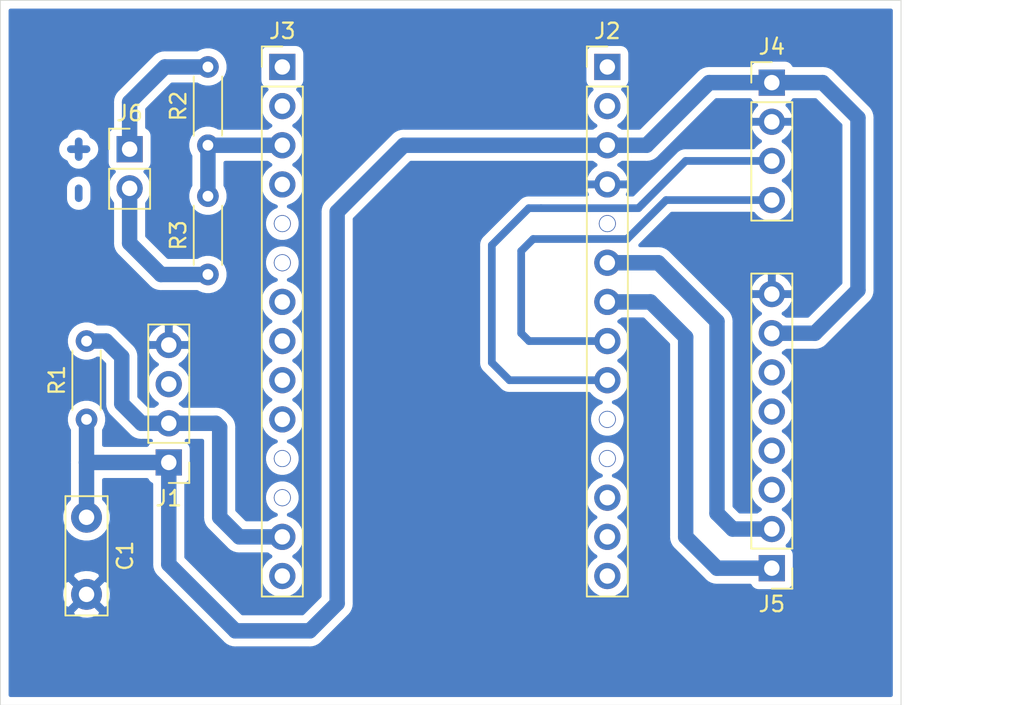
<source format=kicad_pcb>
(kicad_pcb (version 20171130) (host pcbnew "(5.1.10)-1")

  (general
    (thickness 1.6)
    (drawings 6)
    (tracks 68)
    (zones 0)
    (modules 10)
    (nets 36)
  )

  (page A4)
  (layers
    (0 F.Cu signal)
    (31 B.Cu signal)
    (32 B.Adhes user)
    (33 F.Adhes user)
    (34 B.Paste user)
    (35 F.Paste user)
    (36 B.SilkS user)
    (37 F.SilkS user)
    (38 B.Mask user)
    (39 F.Mask user)
    (40 Dwgs.User user)
    (41 Cmts.User user)
    (42 Eco1.User user)
    (43 Eco2.User user)
    (44 Edge.Cuts user)
    (45 Margin user)
    (46 B.CrtYd user)
    (47 F.CrtYd user)
    (48 B.Fab user)
    (49 F.Fab user)
  )

  (setup
    (last_trace_width 0.5)
    (user_trace_width 0.5)
    (user_trace_width 1)
    (trace_clearance 0.2)
    (zone_clearance 0.508)
    (zone_45_only no)
    (trace_min 0.2)
    (via_size 0.8)
    (via_drill 0.4)
    (via_min_size 0.4)
    (via_min_drill 0.3)
    (uvia_size 0.3)
    (uvia_drill 0.1)
    (uvias_allowed no)
    (uvia_min_size 0.2)
    (uvia_min_drill 0.1)
    (edge_width 0.05)
    (segment_width 0.2)
    (pcb_text_width 0.3)
    (pcb_text_size 1.5 1.5)
    (mod_edge_width 0.12)
    (mod_text_size 1 1)
    (mod_text_width 0.15)
    (pad_size 1.7 1.7)
    (pad_drill 1)
    (pad_to_mask_clearance 0)
    (aux_axis_origin 0 0)
    (visible_elements 7FFFFFFF)
    (pcbplotparams
      (layerselection 0x01000_fffffffe)
      (usegerberextensions true)
      (usegerberattributes true)
      (usegerberadvancedattributes true)
      (creategerberjobfile true)
      (excludeedgelayer true)
      (linewidth 0.100000)
      (plotframeref false)
      (viasonmask false)
      (mode 1)
      (useauxorigin false)
      (hpglpennumber 1)
      (hpglpenspeed 20)
      (hpglpendiameter 15.000000)
      (psnegative false)
      (psa4output false)
      (plotreference true)
      (plotvalue true)
      (plotinvisibletext false)
      (padsonsilk false)
      (subtractmaskfromsilk false)
      (outputformat 1)
      (mirror false)
      (drillshape 0)
      (scaleselection 1)
      (outputdirectory ""))
  )

  (net 0 "")
  (net 1 GND)
  (net 2 "Net-(J1-Pad3)")
  (net 3 D4)
  (net 4 D6)
  (net 5 D7)
  (net 6 D8)
  (net 7 D9)
  (net 8 D10)
  (net 9 D11)
  (net 10 D12)
  (net 11 RESET)
  (net 12 "VCC(3.3V)")
  (net 13 VIN)
  (net 14 +5V)
  (net 15 D5)
  (net 16 D3)
  (net 17 D2)
  (net 18 D1)
  (net 19 D0)
  (net 20 A6)
  (net 21 A5)
  (net 22 A4)
  (net 23 A3)
  (net 24 A2)
  (net 25 A1)
  (net 26 A0)
  (net 27 AREF)
  (net 28 D13-RX)
  (net 29 D14-TX)
  (net 30 "Net-(J5-Pad6)")
  (net 31 "Net-(J5-Pad5)")
  (net 32 "Net-(J5-Pad4)")
  (net 33 "Net-(J5-Pad3)")
  (net 34 "Net-(J6-Pad2)")
  (net 35 "Net-(J6-Pad1)")

  (net_class Default "This is the default net class."
    (clearance 0.2)
    (trace_width 0.25)
    (via_dia 0.8)
    (via_drill 0.4)
    (uvia_dia 0.3)
    (uvia_drill 0.1)
    (add_net +5V)
    (add_net A0)
    (add_net A1)
    (add_net A2)
    (add_net A3)
    (add_net A4)
    (add_net A5)
    (add_net A6)
    (add_net AREF)
    (add_net D0)
    (add_net D1)
    (add_net D10)
    (add_net D11)
    (add_net D12)
    (add_net D13-RX)
    (add_net D14-TX)
    (add_net D2)
    (add_net D3)
    (add_net D4)
    (add_net D5)
    (add_net D6)
    (add_net D7)
    (add_net D8)
    (add_net D9)
    (add_net GND)
    (add_net "Net-(J1-Pad3)")
    (add_net "Net-(J5-Pad3)")
    (add_net "Net-(J5-Pad4)")
    (add_net "Net-(J5-Pad5)")
    (add_net "Net-(J5-Pad6)")
    (add_net "Net-(J6-Pad1)")
    (add_net "Net-(J6-Pad2)")
    (add_net RESET)
    (add_net "VCC(3.3V)")
    (add_net VIN)
  )

  (module Connector_PinHeader_2.54mm:PinHeader_1x14_P2.54mm_Vertical (layer F.Cu) (tedit 63DA7A81) (tstamp 63D84E76)
    (at 166.37 83.058)
    (descr "Through hole straight pin header, 1x14, 2.54mm pitch, single row")
    (tags "Through hole pin header THT 1x14 2.54mm single row")
    (path /63D8F7A8)
    (fp_text reference J2 (at 0 -2.33) (layer F.SilkS)
      (effects (font (size 1 1) (thickness 0.15)))
    )
    (fp_text value Conn_01x14_Female (at 0 35.35) (layer F.Fab)
      (effects (font (size 1 1) (thickness 0.15)))
    )
    (fp_line (start 1.8 -1.8) (end -1.8 -1.8) (layer F.CrtYd) (width 0.05))
    (fp_line (start 1.8 34.8) (end 1.8 -1.8) (layer F.CrtYd) (width 0.05))
    (fp_line (start -1.8 34.8) (end 1.8 34.8) (layer F.CrtYd) (width 0.05))
    (fp_line (start -1.8 -1.8) (end -1.8 34.8) (layer F.CrtYd) (width 0.05))
    (fp_line (start -1.33 -1.33) (end 0 -1.33) (layer F.SilkS) (width 0.12))
    (fp_line (start -1.33 0) (end -1.33 -1.33) (layer F.SilkS) (width 0.12))
    (fp_line (start -1.33 1.27) (end 1.33 1.27) (layer F.SilkS) (width 0.12))
    (fp_line (start 1.33 1.27) (end 1.33 34.35) (layer F.SilkS) (width 0.12))
    (fp_line (start -1.33 1.27) (end -1.33 34.35) (layer F.SilkS) (width 0.12))
    (fp_line (start -1.33 34.35) (end 1.33 34.35) (layer F.SilkS) (width 0.12))
    (fp_line (start -1.27 -0.635) (end -0.635 -1.27) (layer F.Fab) (width 0.1))
    (fp_line (start -1.27 34.29) (end -1.27 -0.635) (layer F.Fab) (width 0.1))
    (fp_line (start 1.27 34.29) (end -1.27 34.29) (layer F.Fab) (width 0.1))
    (fp_line (start 1.27 -1.27) (end 1.27 34.29) (layer F.Fab) (width 0.1))
    (fp_line (start -0.635 -1.27) (end 1.27 -1.27) (layer F.Fab) (width 0.1))
    (fp_text user %R (at 0 16.51 90) (layer F.Fab)
      (effects (font (size 1 1) (thickness 0.15)))
    )
    (pad 14 thru_hole oval (at 0 33.02) (size 1.7 1.7) (drill 1) (layers *.Cu *.Mask)
      (net 4 D6))
    (pad 13 thru_hole oval (at 0 30.48) (size 1.7 1.7) (drill 1) (layers *.Cu *.Mask)
      (net 5 D7))
    (pad 12 thru_hole oval (at 0 27.94) (size 1.7 1.7) (drill 1) (layers *.Cu *.Mask)
      (net 6 D8))
    (pad 11 thru_hole oval (at 0 25.4) (size 1.1 1.1) (drill 1) (layers *.Cu *.Mask)
      (net 7 D9))
    (pad 10 thru_hole oval (at 0 22.86) (size 1.1 1.1) (drill 1) (layers *.Cu *.Mask)
      (net 8 D10))
    (pad 9 thru_hole oval (at 0 20.32) (size 1.7 1.7) (drill 1) (layers *.Cu *.Mask)
      (net 9 D11))
    (pad 8 thru_hole oval (at 0 17.78) (size 1.7 1.7) (drill 1) (layers *.Cu *.Mask)
      (net 10 D12))
    (pad 7 thru_hole oval (at 0 15.24) (size 1.7 1.7) (drill 1) (layers *.Cu *.Mask)
      (net 28 D13-RX))
    (pad 6 thru_hole oval (at 0 12.7) (size 1.7 1.7) (drill 1) (layers *.Cu *.Mask)
      (net 29 D14-TX))
    (pad 5 thru_hole oval (at 0 10.16) (size 1.1 1.1) (drill 1) (layers *.Cu *.Mask)
      (net 11 RESET))
    (pad 4 thru_hole oval (at 0 7.62) (size 1.7 1.7) (drill 1) (layers *.Cu *.Mask)
      (net 1 GND))
    (pad 3 thru_hole oval (at 0 5.08) (size 1.7 1.7) (drill 1) (layers *.Cu *.Mask)
      (net 12 "VCC(3.3V)"))
    (pad 2 thru_hole oval (at 0 2.54) (size 1.7 1.7) (drill 1) (layers *.Cu *.Mask)
      (net 13 VIN))
    (pad 1 thru_hole rect (at 0 0) (size 1.7 1.7) (drill 1) (layers *.Cu *.Mask)
      (net 14 +5V))
    (model ${KISYS3DMOD}/Connector_PinHeader_2.54mm.3dshapes/PinHeader_1x14_P2.54mm_Vertical.wrl
      (at (xyz 0 0 0))
      (scale (xyz 1 1 1))
      (rotate (xyz 0 0 0))
    )
  )

  (module Connector_PinHeader_2.54mm:PinHeader_1x14_P2.54mm_Vertical (layer F.Cu) (tedit 63DA7A64) (tstamp 63D84E98)
    (at 145.288 83.058)
    (descr "Through hole straight pin header, 1x14, 2.54mm pitch, single row")
    (tags "Through hole pin header THT 1x14 2.54mm single row")
    (path /63D94C6A)
    (fp_text reference J3 (at 0 -2.33) (layer F.SilkS)
      (effects (font (size 1 1) (thickness 0.15)))
    )
    (fp_text value Conn_01x14_Female (at 0 35.35) (layer F.Fab)
      (effects (font (size 1 1) (thickness 0.15)))
    )
    (fp_line (start 1.8 -1.8) (end -1.8 -1.8) (layer F.CrtYd) (width 0.05))
    (fp_line (start 1.8 34.8) (end 1.8 -1.8) (layer F.CrtYd) (width 0.05))
    (fp_line (start -1.8 34.8) (end 1.8 34.8) (layer F.CrtYd) (width 0.05))
    (fp_line (start -1.8 -1.8) (end -1.8 34.8) (layer F.CrtYd) (width 0.05))
    (fp_line (start -1.33 -1.33) (end 0 -1.33) (layer F.SilkS) (width 0.12))
    (fp_line (start -1.33 0) (end -1.33 -1.33) (layer F.SilkS) (width 0.12))
    (fp_line (start -1.33 1.27) (end 1.33 1.27) (layer F.SilkS) (width 0.12))
    (fp_line (start 1.33 1.27) (end 1.33 34.35) (layer F.SilkS) (width 0.12))
    (fp_line (start -1.33 1.27) (end -1.33 34.35) (layer F.SilkS) (width 0.12))
    (fp_line (start -1.33 34.35) (end 1.33 34.35) (layer F.SilkS) (width 0.12))
    (fp_line (start -1.27 -0.635) (end -0.635 -1.27) (layer F.Fab) (width 0.1))
    (fp_line (start -1.27 34.29) (end -1.27 -0.635) (layer F.Fab) (width 0.1))
    (fp_line (start 1.27 34.29) (end -1.27 34.29) (layer F.Fab) (width 0.1))
    (fp_line (start 1.27 -1.27) (end 1.27 34.29) (layer F.Fab) (width 0.1))
    (fp_line (start -0.635 -1.27) (end 1.27 -1.27) (layer F.Fab) (width 0.1))
    (pad 14 thru_hole oval (at 0 33.02) (size 1.7 1.7) (drill 1) (layers *.Cu *.Mask)
      (net 15 D5))
    (pad 13 thru_hole oval (at 0 30.48) (size 1.7 1.7) (drill 1) (layers *.Cu *.Mask)
      (net 3 D4))
    (pad 12 thru_hole oval (at 0 27.94) (size 1.1 1.1) (drill 1) (layers *.Cu *.Mask)
      (net 16 D3))
    (pad 11 thru_hole oval (at 0 25.4) (size 1.1 1.1) (drill 1) (layers *.Cu *.Mask)
      (net 17 D2))
    (pad 10 thru_hole oval (at 0 22.86) (size 1.7 1.7) (drill 1) (layers *.Cu *.Mask)
      (net 18 D1))
    (pad 9 thru_hole oval (at 0 20.32) (size 1.7 1.7) (drill 1) (layers *.Cu *.Mask)
      (net 19 D0))
    (pad 8 thru_hole oval (at 0 17.78) (size 1.7 1.7) (drill 1) (layers *.Cu *.Mask)
      (net 20 A6))
    (pad 7 thru_hole oval (at 0 15.24) (size 1.7 1.7) (drill 1) (layers *.Cu *.Mask)
      (net 21 A5))
    (pad 6 thru_hole oval (at 0 12.7) (size 1.1 1.1) (drill 1) (layers *.Cu *.Mask)
      (net 22 A4))
    (pad 5 thru_hole oval (at 0 10.16) (size 1.1 1.1) (drill 1) (layers *.Cu *.Mask)
      (net 23 A3))
    (pad 4 thru_hole oval (at 0 7.62) (size 1.7 1.7) (drill 1) (layers *.Cu *.Mask)
      (net 24 A2))
    (pad 3 thru_hole oval (at 0 5.08) (size 1.7 1.7) (drill 1) (layers *.Cu *.Mask)
      (net 25 A1))
    (pad 2 thru_hole oval (at 0 2.54) (size 1.7 1.7) (drill 1) (layers *.Cu *.Mask)
      (net 26 A0))
    (pad 1 thru_hole rect (at 0 0) (size 1.7 1.7) (drill 1) (layers *.Cu *.Mask)
      (net 27 AREF))
    (model ${KISYS3DMOD}/Connector_PinHeader_2.54mm.3dshapes/PinHeader_1x14_P2.54mm_Vertical.wrl
      (at (xyz 0 0 0))
      (scale (xyz 1 1 1))
      (rotate (xyz 0 0 0))
    )
  )

  (module Connector_PinHeader_2.54mm:PinHeader_1x02_P2.54mm_Vertical (layer F.Cu) (tedit 59FED5CC) (tstamp 63DA8453)
    (at 135.382 88.392)
    (descr "Through hole straight pin header, 1x02, 2.54mm pitch, single row")
    (tags "Through hole pin header THT 1x02 2.54mm single row")
    (path /63DCF26F)
    (fp_text reference J6 (at 0 -2.33) (layer F.SilkS)
      (effects (font (size 1 1) (thickness 0.15)))
    )
    (fp_text value Conn_01x02_Female (at 0 4.87) (layer F.Fab)
      (effects (font (size 1 1) (thickness 0.15)))
    )
    (fp_text user %R (at 0 1.27 90) (layer F.Fab)
      (effects (font (size 1 1) (thickness 0.15)))
    )
    (fp_line (start -0.635 -1.27) (end 1.27 -1.27) (layer F.Fab) (width 0.1))
    (fp_line (start 1.27 -1.27) (end 1.27 3.81) (layer F.Fab) (width 0.1))
    (fp_line (start 1.27 3.81) (end -1.27 3.81) (layer F.Fab) (width 0.1))
    (fp_line (start -1.27 3.81) (end -1.27 -0.635) (layer F.Fab) (width 0.1))
    (fp_line (start -1.27 -0.635) (end -0.635 -1.27) (layer F.Fab) (width 0.1))
    (fp_line (start -1.33 3.87) (end 1.33 3.87) (layer F.SilkS) (width 0.12))
    (fp_line (start -1.33 1.27) (end -1.33 3.87) (layer F.SilkS) (width 0.12))
    (fp_line (start 1.33 1.27) (end 1.33 3.87) (layer F.SilkS) (width 0.12))
    (fp_line (start -1.33 1.27) (end 1.33 1.27) (layer F.SilkS) (width 0.12))
    (fp_line (start -1.33 0) (end -1.33 -1.33) (layer F.SilkS) (width 0.12))
    (fp_line (start -1.33 -1.33) (end 0 -1.33) (layer F.SilkS) (width 0.12))
    (fp_line (start -1.8 -1.8) (end -1.8 4.35) (layer F.CrtYd) (width 0.05))
    (fp_line (start -1.8 4.35) (end 1.8 4.35) (layer F.CrtYd) (width 0.05))
    (fp_line (start 1.8 4.35) (end 1.8 -1.8) (layer F.CrtYd) (width 0.05))
    (fp_line (start 1.8 -1.8) (end -1.8 -1.8) (layer F.CrtYd) (width 0.05))
    (pad 2 thru_hole oval (at 0 2.54) (size 1.7 1.7) (drill 1) (layers *.Cu *.Mask)
      (net 34 "Net-(J6-Pad2)"))
    (pad 1 thru_hole rect (at 0 0) (size 1.7 1.7) (drill 1) (layers *.Cu *.Mask)
      (net 35 "Net-(J6-Pad1)"))
    (model ${KISYS3DMOD}/Connector_PinHeader_2.54mm.3dshapes/PinHeader_1x02_P2.54mm_Vertical.wrl
      (at (xyz 0 0 0))
      (scale (xyz 1 1 1))
      (rotate (xyz 0 0 0))
    )
  )

  (module Connector_PinHeader_2.54mm:PinHeader_1x04_P2.54mm_Vertical (layer F.Cu) (tedit 59FED5CC) (tstamp 63D84EB0)
    (at 177.038 84.074)
    (descr "Through hole straight pin header, 1x04, 2.54mm pitch, single row")
    (tags "Through hole pin header THT 1x04 2.54mm single row")
    (path /63D9B46B)
    (fp_text reference J4 (at 0 -2.33) (layer F.SilkS)
      (effects (font (size 1 1) (thickness 0.15)))
    )
    (fp_text value "Capteur de puissance" (at 0 9.95) (layer F.Fab)
      (effects (font (size 1 1) (thickness 0.15)))
    )
    (fp_line (start 1.8 -1.8) (end -1.8 -1.8) (layer F.CrtYd) (width 0.05))
    (fp_line (start 1.8 9.4) (end 1.8 -1.8) (layer F.CrtYd) (width 0.05))
    (fp_line (start -1.8 9.4) (end 1.8 9.4) (layer F.CrtYd) (width 0.05))
    (fp_line (start -1.8 -1.8) (end -1.8 9.4) (layer F.CrtYd) (width 0.05))
    (fp_line (start -1.33 -1.33) (end 0 -1.33) (layer F.SilkS) (width 0.12))
    (fp_line (start -1.33 0) (end -1.33 -1.33) (layer F.SilkS) (width 0.12))
    (fp_line (start -1.33 1.27) (end 1.33 1.27) (layer F.SilkS) (width 0.12))
    (fp_line (start 1.33 1.27) (end 1.33 8.95) (layer F.SilkS) (width 0.12))
    (fp_line (start -1.33 1.27) (end -1.33 8.95) (layer F.SilkS) (width 0.12))
    (fp_line (start -1.33 8.95) (end 1.33 8.95) (layer F.SilkS) (width 0.12))
    (fp_line (start -1.27 -0.635) (end -0.635 -1.27) (layer F.Fab) (width 0.1))
    (fp_line (start -1.27 8.89) (end -1.27 -0.635) (layer F.Fab) (width 0.1))
    (fp_line (start 1.27 8.89) (end -1.27 8.89) (layer F.Fab) (width 0.1))
    (fp_line (start 1.27 -1.27) (end 1.27 8.89) (layer F.Fab) (width 0.1))
    (fp_line (start -0.635 -1.27) (end 1.27 -1.27) (layer F.Fab) (width 0.1))
    (fp_text user %R (at 0 3.81 90) (layer F.Fab)
      (effects (font (size 1 1) (thickness 0.15)))
    )
    (pad 4 thru_hole oval (at 0 7.62) (size 1.7 1.7) (drill 1) (layers *.Cu *.Mask)
      (net 10 D12))
    (pad 3 thru_hole oval (at 0 5.08) (size 1.7 1.7) (drill 1) (layers *.Cu *.Mask)
      (net 9 D11))
    (pad 2 thru_hole oval (at 0 2.54) (size 1.7 1.7) (drill 1) (layers *.Cu *.Mask)
      (net 1 GND))
    (pad 1 thru_hole rect (at 0 0) (size 1.7 1.7) (drill 1) (layers *.Cu *.Mask)
      (net 12 "VCC(3.3V)"))
    (model ${KISYS3DMOD}/Connector_PinHeader_2.54mm.3dshapes/PinHeader_1x04_P2.54mm_Vertical.wrl
      (at (xyz 0 0 0))
      (scale (xyz 1 1 1))
      (rotate (xyz 0 0 0))
    )
  )

  (module Connector_PinHeader_2.54mm:PinHeader_1x08_P2.54mm_Vertical (layer F.Cu) (tedit 59FED5CC) (tstamp 63DA5CE5)
    (at 177.038 115.57 180)
    (descr "Through hole straight pin header, 1x08, 2.54mm pitch, single row")
    (tags "Through hole pin header THT 1x08 2.54mm single row")
    (path /63DA83BC)
    (fp_text reference J5 (at 0 -2.33) (layer F.SilkS)
      (effects (font (size 1 1) (thickness 0.15)))
    )
    (fp_text value Conn_01x08_Female (at 0 20.11) (layer F.Fab)
      (effects (font (size 1 1) (thickness 0.15)))
    )
    (fp_text user %R (at 0 8.89 90) (layer F.Fab)
      (effects (font (size 1 1) (thickness 0.15)))
    )
    (fp_line (start -0.635 -1.27) (end 1.27 -1.27) (layer F.Fab) (width 0.1))
    (fp_line (start 1.27 -1.27) (end 1.27 19.05) (layer F.Fab) (width 0.1))
    (fp_line (start 1.27 19.05) (end -1.27 19.05) (layer F.Fab) (width 0.1))
    (fp_line (start -1.27 19.05) (end -1.27 -0.635) (layer F.Fab) (width 0.1))
    (fp_line (start -1.27 -0.635) (end -0.635 -1.27) (layer F.Fab) (width 0.1))
    (fp_line (start -1.33 19.11) (end 1.33 19.11) (layer F.SilkS) (width 0.12))
    (fp_line (start -1.33 1.27) (end -1.33 19.11) (layer F.SilkS) (width 0.12))
    (fp_line (start 1.33 1.27) (end 1.33 19.11) (layer F.SilkS) (width 0.12))
    (fp_line (start -1.33 1.27) (end 1.33 1.27) (layer F.SilkS) (width 0.12))
    (fp_line (start -1.33 0) (end -1.33 -1.33) (layer F.SilkS) (width 0.12))
    (fp_line (start -1.33 -1.33) (end 0 -1.33) (layer F.SilkS) (width 0.12))
    (fp_line (start -1.8 -1.8) (end -1.8 19.55) (layer F.CrtYd) (width 0.05))
    (fp_line (start -1.8 19.55) (end 1.8 19.55) (layer F.CrtYd) (width 0.05))
    (fp_line (start 1.8 19.55) (end 1.8 -1.8) (layer F.CrtYd) (width 0.05))
    (fp_line (start 1.8 -1.8) (end -1.8 -1.8) (layer F.CrtYd) (width 0.05))
    (pad 8 thru_hole oval (at 0 17.78 180) (size 1.7 1.7) (drill 1) (layers *.Cu *.Mask)
      (net 1 GND))
    (pad 7 thru_hole oval (at 0 15.24 180) (size 1.7 1.7) (drill 1) (layers *.Cu *.Mask)
      (net 12 "VCC(3.3V)"))
    (pad 6 thru_hole oval (at 0 12.7 180) (size 1.7 1.7) (drill 1) (layers *.Cu *.Mask)
      (net 30 "Net-(J5-Pad6)"))
    (pad 5 thru_hole oval (at 0 10.16 180) (size 1.7 1.7) (drill 1) (layers *.Cu *.Mask)
      (net 31 "Net-(J5-Pad5)"))
    (pad 4 thru_hole oval (at 0 7.62 180) (size 1.7 1.7) (drill 1) (layers *.Cu *.Mask)
      (net 32 "Net-(J5-Pad4)"))
    (pad 3 thru_hole oval (at 0 5.08 180) (size 1.7 1.7) (drill 1) (layers *.Cu *.Mask)
      (net 33 "Net-(J5-Pad3)"))
    (pad 2 thru_hole oval (at 0 2.54 180) (size 1.7 1.7) (drill 1) (layers *.Cu *.Mask)
      (net 29 D14-TX))
    (pad 1 thru_hole rect (at 0 0 180) (size 1.7 1.7) (drill 1) (layers *.Cu *.Mask)
      (net 28 D13-RX))
    (model ${KISYS3DMOD}/Connector_PinHeader_2.54mm.3dshapes/PinHeader_1x08_P2.54mm_Vertical.wrl
      (at (xyz 0 0 0))
      (scale (xyz 1 1 1))
      (rotate (xyz 0 0 0))
    )
  )

  (module Resistor_THT:R_Axial_DIN0204_L3.6mm_D1.6mm_P5.08mm_Horizontal (layer F.Cu) (tedit 5AE5139B) (tstamp 63D84EE9)
    (at 140.462 96.52 90)
    (descr "Resistor, Axial_DIN0204 series, Axial, Horizontal, pin pitch=5.08mm, 0.167W, length*diameter=3.6*1.6mm^2, http://cdn-reichelt.de/documents/datenblatt/B400/1_4W%23YAG.pdf")
    (tags "Resistor Axial_DIN0204 series Axial Horizontal pin pitch 5.08mm 0.167W length 3.6mm diameter 1.6mm")
    (path /63D9EE59)
    (fp_text reference R3 (at 2.54 -1.92 90) (layer F.SilkS)
      (effects (font (size 1 1) (thickness 0.15)))
    )
    (fp_text value 62k (at 2.54 1.92 90) (layer F.Fab)
      (effects (font (size 1 1) (thickness 0.15)))
    )
    (fp_line (start 6.03 -1.05) (end -0.95 -1.05) (layer F.CrtYd) (width 0.05))
    (fp_line (start 6.03 1.05) (end 6.03 -1.05) (layer F.CrtYd) (width 0.05))
    (fp_line (start -0.95 1.05) (end 6.03 1.05) (layer F.CrtYd) (width 0.05))
    (fp_line (start -0.95 -1.05) (end -0.95 1.05) (layer F.CrtYd) (width 0.05))
    (fp_line (start 0.62 0.92) (end 4.46 0.92) (layer F.SilkS) (width 0.12))
    (fp_line (start 0.62 -0.92) (end 4.46 -0.92) (layer F.SilkS) (width 0.12))
    (fp_line (start 5.08 0) (end 4.34 0) (layer F.Fab) (width 0.1))
    (fp_line (start 0 0) (end 0.74 0) (layer F.Fab) (width 0.1))
    (fp_line (start 4.34 -0.8) (end 0.74 -0.8) (layer F.Fab) (width 0.1))
    (fp_line (start 4.34 0.8) (end 4.34 -0.8) (layer F.Fab) (width 0.1))
    (fp_line (start 0.74 0.8) (end 4.34 0.8) (layer F.Fab) (width 0.1))
    (fp_line (start 0.74 -0.8) (end 0.74 0.8) (layer F.Fab) (width 0.1))
    (fp_text user %R (at 2.54 0 90) (layer F.Fab)
      (effects (font (size 0.72 0.72) (thickness 0.108)))
    )
    (pad 2 thru_hole oval (at 5.08 0 90) (size 1.4 1.4) (drill 0.7) (layers *.Cu *.Mask)
      (net 25 A1))
    (pad 1 thru_hole circle (at 0 0 90) (size 1.4 1.4) (drill 0.7) (layers *.Cu *.Mask)
      (net 34 "Net-(J6-Pad2)"))
    (model ${KISYS3DMOD}/Resistor_THT.3dshapes/R_Axial_DIN0204_L3.6mm_D1.6mm_P5.08mm_Horizontal.wrl
      (at (xyz 0 0 0))
      (scale (xyz 1 1 1))
      (rotate (xyz 0 0 0))
    )
  )

  (module Resistor_THT:R_Axial_DIN0204_L3.6mm_D1.6mm_P5.08mm_Horizontal (layer F.Cu) (tedit 5AE5139B) (tstamp 63D84ED6)
    (at 140.462 88.138 90)
    (descr "Resistor, Axial_DIN0204 series, Axial, Horizontal, pin pitch=5.08mm, 0.167W, length*diameter=3.6*1.6mm^2, http://cdn-reichelt.de/documents/datenblatt/B400/1_4W%23YAG.pdf")
    (tags "Resistor Axial_DIN0204 series Axial Horizontal pin pitch 5.08mm 0.167W length 3.6mm diameter 1.6mm")
    (path /63D9E5CD)
    (fp_text reference R2 (at 2.54 -1.92 90) (layer F.SilkS)
      (effects (font (size 1 1) (thickness 0.15)))
    )
    (fp_text value 270k (at 2.54 1.92 90) (layer F.Fab)
      (effects (font (size 1 1) (thickness 0.15)))
    )
    (fp_line (start 6.03 -1.05) (end -0.95 -1.05) (layer F.CrtYd) (width 0.05))
    (fp_line (start 6.03 1.05) (end 6.03 -1.05) (layer F.CrtYd) (width 0.05))
    (fp_line (start -0.95 1.05) (end 6.03 1.05) (layer F.CrtYd) (width 0.05))
    (fp_line (start -0.95 -1.05) (end -0.95 1.05) (layer F.CrtYd) (width 0.05))
    (fp_line (start 0.62 0.92) (end 4.46 0.92) (layer F.SilkS) (width 0.12))
    (fp_line (start 0.62 -0.92) (end 4.46 -0.92) (layer F.SilkS) (width 0.12))
    (fp_line (start 5.08 0) (end 4.34 0) (layer F.Fab) (width 0.1))
    (fp_line (start 0 0) (end 0.74 0) (layer F.Fab) (width 0.1))
    (fp_line (start 4.34 -0.8) (end 0.74 -0.8) (layer F.Fab) (width 0.1))
    (fp_line (start 4.34 0.8) (end 4.34 -0.8) (layer F.Fab) (width 0.1))
    (fp_line (start 0.74 0.8) (end 4.34 0.8) (layer F.Fab) (width 0.1))
    (fp_line (start 0.74 -0.8) (end 0.74 0.8) (layer F.Fab) (width 0.1))
    (fp_text user %R (at 2.54 0 90) (layer F.Fab)
      (effects (font (size 0.72 0.72) (thickness 0.108)))
    )
    (pad 2 thru_hole oval (at 5.08 0 90) (size 1.4 1.4) (drill 0.7) (layers *.Cu *.Mask)
      (net 35 "Net-(J6-Pad1)"))
    (pad 1 thru_hole circle (at 0 0 90) (size 1.4 1.4) (drill 0.7) (layers *.Cu *.Mask)
      (net 25 A1))
    (model ${KISYS3DMOD}/Resistor_THT.3dshapes/R_Axial_DIN0204_L3.6mm_D1.6mm_P5.08mm_Horizontal.wrl
      (at (xyz 0 0 0))
      (scale (xyz 1 1 1))
      (rotate (xyz 0 0 0))
    )
  )

  (module Resistor_THT:R_Axial_DIN0204_L3.6mm_D1.6mm_P5.08mm_Horizontal (layer F.Cu) (tedit 5AE5139B) (tstamp 63D84EC3)
    (at 132.588 105.918 90)
    (descr "Resistor, Axial_DIN0204 series, Axial, Horizontal, pin pitch=5.08mm, 0.167W, length*diameter=3.6*1.6mm^2, http://cdn-reichelt.de/documents/datenblatt/B400/1_4W%23YAG.pdf")
    (tags "Resistor Axial_DIN0204 series Axial Horizontal pin pitch 5.08mm 0.167W length 3.6mm diameter 1.6mm")
    (path /63D9D95D)
    (fp_text reference R1 (at 2.54 -1.92 90) (layer F.SilkS)
      (effects (font (size 1 1) (thickness 0.15)))
    )
    (fp_text value 10k (at 2.54 1.92 90) (layer F.Fab)
      (effects (font (size 1 1) (thickness 0.15)))
    )
    (fp_line (start 6.03 -1.05) (end -0.95 -1.05) (layer F.CrtYd) (width 0.05))
    (fp_line (start 6.03 1.05) (end 6.03 -1.05) (layer F.CrtYd) (width 0.05))
    (fp_line (start -0.95 1.05) (end 6.03 1.05) (layer F.CrtYd) (width 0.05))
    (fp_line (start -0.95 -1.05) (end -0.95 1.05) (layer F.CrtYd) (width 0.05))
    (fp_line (start 0.62 0.92) (end 4.46 0.92) (layer F.SilkS) (width 0.12))
    (fp_line (start 0.62 -0.92) (end 4.46 -0.92) (layer F.SilkS) (width 0.12))
    (fp_line (start 5.08 0) (end 4.34 0) (layer F.Fab) (width 0.1))
    (fp_line (start 0 0) (end 0.74 0) (layer F.Fab) (width 0.1))
    (fp_line (start 4.34 -0.8) (end 0.74 -0.8) (layer F.Fab) (width 0.1))
    (fp_line (start 4.34 0.8) (end 4.34 -0.8) (layer F.Fab) (width 0.1))
    (fp_line (start 0.74 0.8) (end 4.34 0.8) (layer F.Fab) (width 0.1))
    (fp_line (start 0.74 -0.8) (end 0.74 0.8) (layer F.Fab) (width 0.1))
    (fp_text user %R (at 2.54 0 90) (layer F.Fab)
      (effects (font (size 0.72 0.72) (thickness 0.108)))
    )
    (pad 2 thru_hole oval (at 5.08 0 90) (size 1.4 1.4) (drill 0.7) (layers *.Cu *.Mask)
      (net 3 D4))
    (pad 1 thru_hole circle (at 0 0 90) (size 1.4 1.4) (drill 0.7) (layers *.Cu *.Mask)
      (net 12 "VCC(3.3V)"))
    (model ${KISYS3DMOD}/Resistor_THT.3dshapes/R_Axial_DIN0204_L3.6mm_D1.6mm_P5.08mm_Horizontal.wrl
      (at (xyz 0 0 0))
      (scale (xyz 1 1 1))
      (rotate (xyz 0 0 0))
    )
  )

  (module Connector_PinHeader_2.54mm:PinHeader_1x04_P2.54mm_Vertical (layer F.Cu) (tedit 59FED5CC) (tstamp 63D84E54)
    (at 137.922 108.712 180)
    (descr "Through hole straight pin header, 1x04, 2.54mm pitch, single row")
    (tags "Through hole pin header THT 1x04 2.54mm single row")
    (path /63D981BD)
    (fp_text reference J1 (at 0 -2.33) (layer F.SilkS)
      (effects (font (size 1 1) (thickness 0.15)))
    )
    (fp_text value DHT22 (at 0 9.95) (layer F.Fab)
      (effects (font (size 1 1) (thickness 0.15)))
    )
    (fp_line (start 1.8 -1.8) (end -1.8 -1.8) (layer F.CrtYd) (width 0.05))
    (fp_line (start 1.8 9.4) (end 1.8 -1.8) (layer F.CrtYd) (width 0.05))
    (fp_line (start -1.8 9.4) (end 1.8 9.4) (layer F.CrtYd) (width 0.05))
    (fp_line (start -1.8 -1.8) (end -1.8 9.4) (layer F.CrtYd) (width 0.05))
    (fp_line (start -1.33 -1.33) (end 0 -1.33) (layer F.SilkS) (width 0.12))
    (fp_line (start -1.33 0) (end -1.33 -1.33) (layer F.SilkS) (width 0.12))
    (fp_line (start -1.33 1.27) (end 1.33 1.27) (layer F.SilkS) (width 0.12))
    (fp_line (start 1.33 1.27) (end 1.33 8.95) (layer F.SilkS) (width 0.12))
    (fp_line (start -1.33 1.27) (end -1.33 8.95) (layer F.SilkS) (width 0.12))
    (fp_line (start -1.33 8.95) (end 1.33 8.95) (layer F.SilkS) (width 0.12))
    (fp_line (start -1.27 -0.635) (end -0.635 -1.27) (layer F.Fab) (width 0.1))
    (fp_line (start -1.27 8.89) (end -1.27 -0.635) (layer F.Fab) (width 0.1))
    (fp_line (start 1.27 8.89) (end -1.27 8.89) (layer F.Fab) (width 0.1))
    (fp_line (start 1.27 -1.27) (end 1.27 8.89) (layer F.Fab) (width 0.1))
    (fp_line (start -0.635 -1.27) (end 1.27 -1.27) (layer F.Fab) (width 0.1))
    (fp_text user %R (at 0 3.81 90) (layer F.Fab)
      (effects (font (size 1 1) (thickness 0.15)))
    )
    (pad 4 thru_hole oval (at 0 7.62 180) (size 1.7 1.7) (drill 1) (layers *.Cu *.Mask)
      (net 1 GND))
    (pad 3 thru_hole oval (at 0 5.08 180) (size 1.7 1.7) (drill 1) (layers *.Cu *.Mask)
      (net 2 "Net-(J1-Pad3)"))
    (pad 2 thru_hole oval (at 0 2.54 180) (size 1.7 1.7) (drill 1) (layers *.Cu *.Mask)
      (net 3 D4))
    (pad 1 thru_hole rect (at 0 0 180) (size 1.7 1.7) (drill 1) (layers *.Cu *.Mask)
      (net 12 "VCC(3.3V)"))
    (model ${KISYS3DMOD}/Connector_PinHeader_2.54mm.3dshapes/PinHeader_1x04_P2.54mm_Vertical.wrl
      (at (xyz 0 0 0))
      (scale (xyz 1 1 1))
      (rotate (xyz 0 0 0))
    )
  )

  (module Capacitor_THT:C_Disc_D7.5mm_W2.5mm_P5.00mm (layer F.Cu) (tedit 5AE50EF0) (tstamp 63D84E12)
    (at 132.588 112.268 270)
    (descr "C, Disc series, Radial, pin pitch=5.00mm, , diameter*width=7.5*2.5mm^2, Capacitor, http://www.vishay.com/docs/28535/vy2series.pdf")
    (tags "C Disc series Radial pin pitch 5.00mm  diameter 7.5mm width 2.5mm Capacitor")
    (path /63D9F84D)
    (fp_text reference C1 (at 2.5 -2.5 90) (layer F.SilkS)
      (effects (font (size 1 1) (thickness 0.15)))
    )
    (fp_text value 100n (at -3.302 2.54 90) (layer F.Fab)
      (effects (font (size 1 1) (thickness 0.15)))
    )
    (fp_line (start 6.5 -1.5) (end -1.5 -1.5) (layer F.CrtYd) (width 0.05))
    (fp_line (start 6.5 1.5) (end 6.5 -1.5) (layer F.CrtYd) (width 0.05))
    (fp_line (start -1.5 1.5) (end 6.5 1.5) (layer F.CrtYd) (width 0.05))
    (fp_line (start -1.5 -1.5) (end -1.5 1.5) (layer F.CrtYd) (width 0.05))
    (fp_line (start 6.37 -1.37) (end 6.37 1.37) (layer F.SilkS) (width 0.12))
    (fp_line (start -1.37 -1.37) (end -1.37 1.37) (layer F.SilkS) (width 0.12))
    (fp_line (start -1.37 1.37) (end 6.37 1.37) (layer F.SilkS) (width 0.12))
    (fp_line (start -1.37 -1.37) (end 6.37 -1.37) (layer F.SilkS) (width 0.12))
    (fp_line (start 6.25 -1.25) (end -1.25 -1.25) (layer F.Fab) (width 0.1))
    (fp_line (start 6.25 1.25) (end 6.25 -1.25) (layer F.Fab) (width 0.1))
    (fp_line (start -1.25 1.25) (end 6.25 1.25) (layer F.Fab) (width 0.1))
    (fp_line (start -1.25 -1.25) (end -1.25 1.25) (layer F.Fab) (width 0.1))
    (fp_text user %R (at 3.556 0.254 90) (layer F.Fab)
      (effects (font (size 1 1) (thickness 0.15)))
    )
    (pad 2 thru_hole circle (at 5 0 270) (size 2 2) (drill 1) (layers *.Cu *.Mask)
      (net 1 GND))
    (pad 1 thru_hole circle (at 0 0 270) (size 2 2) (drill 1) (layers *.Cu *.Mask)
      (net 12 "VCC(3.3V)"))
    (model ${KISYS3DMOD}/Capacitor_THT.3dshapes/C_Disc_D7.5mm_W2.5mm_P5.00mm.wrl
      (at (xyz 0 0 0))
      (scale (xyz 1 1 1))
      (rotate (xyz 0 0 0))
    )
  )

  (gr_line (start 185.42 78.74) (end 127 78.74) (layer Edge.Cuts) (width 0.05) (tstamp 63DA88F3))
  (gr_line (start 185.42 124.46) (end 185.42 78.74) (layer Edge.Cuts) (width 0.05))
  (gr_line (start 127 124.46) (end 185.42 124.46) (layer Edge.Cuts) (width 0.05))
  (gr_line (start 127 78.74) (end 127 124.46) (layer Edge.Cuts) (width 0.05))
  (dimension 2.54 (width 0.15) (layer Dwgs.User)
    (gr_text "2,540 mm" (at 192.054 114.3 90) (layer Dwgs.User)
      (effects (font (size 1 1) (thickness 0.15)))
    )
    (feature1 (pts (xy 177.038 113.03) (xy 191.340421 113.03)))
    (feature2 (pts (xy 177.038 115.57) (xy 191.340421 115.57)))
    (crossbar (pts (xy 190.754 115.57) (xy 190.754 113.03)))
    (arrow1a (pts (xy 190.754 113.03) (xy 191.340421 114.156504)))
    (arrow1b (pts (xy 190.754 113.03) (xy 190.167579 114.156504)))
    (arrow2a (pts (xy 190.754 115.57) (xy 191.340421 114.443496)))
    (arrow2b (pts (xy 190.754 115.57) (xy 190.167579 114.443496)))
  )
  (dimension 21.082 (width 0.15) (layer Dwgs.User)
    (gr_text "21,082 mm" (at 155.829 124.998) (layer Dwgs.User) (tstamp 63DA6BB3)
      (effects (font (size 1 1) (thickness 0.15)))
    )
    (feature1 (pts (xy 166.37 116.078) (xy 166.37 124.284421)))
    (feature2 (pts (xy 145.288 116.078) (xy 145.288 124.284421)))
    (crossbar (pts (xy 145.288 123.698) (xy 166.37 123.698)))
    (arrow1a (pts (xy 166.37 123.698) (xy 165.243496 124.284421)))
    (arrow1b (pts (xy 166.37 123.698) (xy 165.243496 123.111579)))
    (arrow2a (pts (xy 145.288 123.698) (xy 146.414504 124.284421)))
    (arrow2b (pts (xy 145.288 123.698) (xy 146.414504 123.111579)))
  )

  (segment (start 131.572 88.392) (end 132.588 88.392) (width 0.5) (layer B.Cu) (net 0))
  (segment (start 132.08 88.138) (end 132.08 88.646) (width 0.5) (layer B.Cu) (net 0))
  (segment (start 132.08 90.932) (end 132.08 91.567) (width 0.5) (layer B.Cu) (net 0))
  (segment (start 132.08 88.392) (end 132.08 88.9) (width 0.5) (layer B.Cu) (net 0) (tstamp 63DA8979))
  (segment (start 132.08 87.884) (end 132.08 88.392) (width 0.5) (layer B.Cu) (net 0) (tstamp 63DA8979))
  (segment (start 133.858 100.838) (end 132.588 100.838) (width 1) (layer B.Cu) (net 3))
  (segment (start 134.874 101.854) (end 133.858 100.838) (width 1) (layer B.Cu) (net 3))
  (segment (start 134.874 104.902) (end 134.874 101.854) (width 1) (layer B.Cu) (net 3))
  (segment (start 136.144 106.172) (end 134.874 104.902) (width 1) (layer B.Cu) (net 3))
  (segment (start 137.922 106.172) (end 136.144 106.172) (width 1) (layer B.Cu) (net 3))
  (segment (start 145.288 113.538) (end 142.494 113.538) (width 1) (layer B.Cu) (net 3))
  (segment (start 142.494 113.538) (end 141.224 112.268) (width 1) (layer B.Cu) (net 3))
  (segment (start 141.224 112.268) (end 141.224 106.426) (width 1) (layer B.Cu) (net 3))
  (segment (start 140.97 106.172) (end 137.922 106.172) (width 1) (layer B.Cu) (net 3))
  (segment (start 141.224 106.426) (end 140.97 106.172) (width 1) (layer B.Cu) (net 3))
  (segment (start 171.45 89.154) (end 168.625999 91.978001) (width 0.5) (layer B.Cu) (net 9))
  (segment (start 166.37 103.378) (end 160.02 103.378) (width 0.5) (layer B.Cu) (net 9))
  (segment (start 177.038 89.154) (end 171.45 89.154) (width 0.5) (layer B.Cu) (net 9))
  (segment (start 168.625999 91.978001) (end 168.402 92.202) (width 0.5) (layer B.Cu) (net 9))
  (segment (start 168.402 92.202) (end 168.386001 92.217999) (width 0.5) (layer B.Cu) (net 9))
  (segment (start 162.067999 92.217999) (end 161.274001 92.217999) (width 0.5) (layer B.Cu) (net 9))
  (segment (start 168.386001 92.217999) (end 162.067999 92.217999) (width 0.5) (layer B.Cu) (net 9))
  (segment (start 158.877 94.615) (end 158.877 102.235) (width 0.5) (layer B.Cu) (net 9))
  (segment (start 161.274001 92.217999) (end 158.877 94.615) (width 0.5) (layer B.Cu) (net 9))
  (segment (start 160.02 103.378) (end 158.877 102.235) (width 0.5) (layer B.Cu) (net 9))
  (segment (start 161.29 100.838) (end 166.37 100.838) (width 0.5) (layer B.Cu) (net 10))
  (segment (start 160.782 100.33) (end 161.29 100.838) (width 0.5) (layer B.Cu) (net 10))
  (segment (start 160.782 94.996) (end 160.782 100.33) (width 0.5) (layer B.Cu) (net 10))
  (segment (start 161.559999 94.218001) (end 160.782 94.996) (width 0.5) (layer B.Cu) (net 10))
  (segment (start 167.655999 94.218001) (end 161.559999 94.218001) (width 0.5) (layer B.Cu) (net 10))
  (segment (start 170.18 91.694) (end 167.655999 94.218001) (width 0.5) (layer B.Cu) (net 10))
  (segment (start 177.038 91.694) (end 170.18 91.694) (width 0.5) (layer B.Cu) (net 10))
  (segment (start 177.038 84.074) (end 172.974 84.074) (width 1) (layer B.Cu) (net 12))
  (segment (start 168.91 88.138) (end 166.37 88.138) (width 1) (layer B.Cu) (net 12))
  (segment (start 172.974 84.074) (end 168.91 88.138) (width 1) (layer B.Cu) (net 12))
  (segment (start 153.162 88.138) (end 166.37 88.138) (width 1) (layer B.Cu) (net 12))
  (segment (start 148.844 92.456) (end 153.162 88.138) (width 1) (layer B.Cu) (net 12))
  (segment (start 148.844 117.856) (end 148.844 92.456) (width 1) (layer B.Cu) (net 12))
  (segment (start 147.066 119.634) (end 148.844 117.856) (width 1) (layer B.Cu) (net 12))
  (segment (start 142.24 119.634) (end 147.066 119.634) (width 1) (layer B.Cu) (net 12))
  (segment (start 132.588 108.712) (end 132.588 112.268) (width 1) (layer B.Cu) (net 12))
  (segment (start 137.922 108.712) (end 132.588 108.712) (width 1) (layer B.Cu) (net 12))
  (segment (start 132.588 105.918) (end 132.588 108.712) (width 1) (layer B.Cu) (net 12))
  (segment (start 137.922 115.316) (end 142.24 119.634) (width 1) (layer B.Cu) (net 12))
  (segment (start 137.922 108.712) (end 137.922 115.316) (width 1) (layer B.Cu) (net 12))
  (segment (start 177.038 100.33) (end 179.832 100.33) (width 1) (layer B.Cu) (net 12))
  (segment (start 179.832 100.33) (end 182.626 97.536) (width 1) (layer B.Cu) (net 12))
  (segment (start 182.626 97.536) (end 182.626 86.36) (width 1) (layer B.Cu) (net 12))
  (segment (start 180.34 84.074) (end 177.038 84.074) (width 1) (layer B.Cu) (net 12))
  (segment (start 182.626 86.36) (end 180.34 84.074) (width 1) (layer B.Cu) (net 12))
  (segment (start 140.462 88.138) (end 140.462 91.44) (width 1) (layer B.Cu) (net 25))
  (segment (start 145.288 88.138) (end 140.462 88.138) (width 1) (layer B.Cu) (net 25))
  (segment (start 166.37 98.298) (end 169.164 98.298) (width 1) (layer B.Cu) (net 28))
  (segment (start 169.164 98.298) (end 171.45 100.584) (width 1) (layer B.Cu) (net 28))
  (segment (start 171.45 100.584) (end 171.45 113.538) (width 1) (layer B.Cu) (net 28))
  (segment (start 173.482 115.57) (end 177.038 115.57) (width 1) (layer B.Cu) (net 28))
  (segment (start 171.45 113.538) (end 173.482 115.57) (width 1) (layer B.Cu) (net 28))
  (segment (start 177.038 113.03) (end 174.498 113.03) (width 1) (layer B.Cu) (net 29))
  (segment (start 174.498 113.03) (end 173.482 112.014) (width 1) (layer B.Cu) (net 29))
  (segment (start 173.482 112.014) (end 173.482 99.568) (width 1) (layer B.Cu) (net 29))
  (segment (start 169.672 95.758) (end 166.37 95.758) (width 1) (layer B.Cu) (net 29))
  (segment (start 173.482 99.568) (end 169.672 95.758) (width 1) (layer B.Cu) (net 29))
  (segment (start 135.382 90.932) (end 135.382 94.488) (width 1) (layer B.Cu) (net 34))
  (segment (start 137.414 96.52) (end 140.462 96.52) (width 1) (layer B.Cu) (net 34))
  (segment (start 135.382 94.488) (end 137.414 96.52) (width 1) (layer B.Cu) (net 34))
  (segment (start 135.382 88.392) (end 135.382 85.344) (width 1) (layer B.Cu) (net 35))
  (segment (start 137.668 83.058) (end 140.462 83.058) (width 1) (layer B.Cu) (net 35))
  (segment (start 135.382 85.344) (end 137.668 83.058) (width 1) (layer B.Cu) (net 35))

  (zone (net 1) (net_name GND) (layer B.Cu) (tstamp 63DA8987) (hatch edge 0.508)
    (connect_pads (clearance 0.508))
    (min_thickness 0.254)
    (fill yes (arc_segments 32) (thermal_gap 0.508) (thermal_bridge_width 0.508))
    (polygon
      (pts
        (xy 185.42 124.46) (xy 127 124.46) (xy 127 78.74) (xy 185.42 78.74)
      )
    )
    (filled_polygon
      (pts
        (xy 184.76 123.8) (xy 127.66 123.8) (xy 127.66 118.403413) (xy 131.632192 118.403413) (xy 131.727956 118.667814)
        (xy 132.017571 118.808704) (xy 132.329108 118.890384) (xy 132.650595 118.909718) (xy 132.969675 118.865961) (xy 133.274088 118.760795)
        (xy 133.448044 118.667814) (xy 133.543808 118.403413) (xy 132.588 117.447605) (xy 131.632192 118.403413) (xy 127.66 118.403413)
        (xy 127.66 117.330595) (xy 130.946282 117.330595) (xy 130.990039 117.649675) (xy 131.095205 117.954088) (xy 131.188186 118.128044)
        (xy 131.452587 118.223808) (xy 132.408395 117.268) (xy 132.767605 117.268) (xy 133.723413 118.223808) (xy 133.987814 118.128044)
        (xy 134.128704 117.838429) (xy 134.210384 117.526892) (xy 134.229718 117.205405) (xy 134.185961 116.886325) (xy 134.080795 116.581912)
        (xy 133.987814 116.407956) (xy 133.723413 116.312192) (xy 132.767605 117.268) (xy 132.408395 117.268) (xy 131.452587 116.312192)
        (xy 131.188186 116.407956) (xy 131.047296 116.697571) (xy 130.965616 117.009108) (xy 130.946282 117.330595) (xy 127.66 117.330595)
        (xy 127.66 116.132587) (xy 131.632192 116.132587) (xy 132.588 117.088395) (xy 133.543808 116.132587) (xy 133.448044 115.868186)
        (xy 133.158429 115.727296) (xy 132.846892 115.645616) (xy 132.525405 115.626282) (xy 132.206325 115.670039) (xy 131.901912 115.775205)
        (xy 131.727956 115.868186) (xy 131.632192 116.132587) (xy 127.66 116.132587) (xy 127.66 112.106967) (xy 130.953 112.106967)
        (xy 130.953 112.429033) (xy 131.015832 112.744912) (xy 131.139082 113.042463) (xy 131.318013 113.310252) (xy 131.545748 113.537987)
        (xy 131.813537 113.716918) (xy 132.111088 113.840168) (xy 132.426967 113.903) (xy 132.749033 113.903) (xy 133.064912 113.840168)
        (xy 133.362463 113.716918) (xy 133.630252 113.537987) (xy 133.857987 113.310252) (xy 134.036918 113.042463) (xy 134.160168 112.744912)
        (xy 134.223 112.429033) (xy 134.223 112.106967) (xy 134.160168 111.791088) (xy 134.036918 111.493537) (xy 133.857987 111.225748)
        (xy 133.723 111.090761) (xy 133.723 109.847) (xy 136.504317 109.847) (xy 136.541463 109.916494) (xy 136.620815 110.013185)
        (xy 136.717506 110.092537) (xy 136.787 110.129683) (xy 136.787001 115.260239) (xy 136.781509 115.316) (xy 136.803423 115.538498)
        (xy 136.868324 115.752446) (xy 136.889733 115.792499) (xy 136.973717 115.949623) (xy 137.115552 116.122449) (xy 137.15886 116.157991)
        (xy 141.398009 120.397141) (xy 141.433551 120.440449) (xy 141.606377 120.582284) (xy 141.803553 120.687676) (xy 141.967705 120.737471)
        (xy 142.0175 120.752577) (xy 142.038493 120.754644) (xy 142.184248 120.769) (xy 142.184255 120.769) (xy 142.239999 120.77449)
        (xy 142.295743 120.769) (xy 147.010249 120.769) (xy 147.066 120.774491) (xy 147.121751 120.769) (xy 147.121752 120.769)
        (xy 147.288499 120.752577) (xy 147.502447 120.687676) (xy 147.699623 120.582284) (xy 147.872449 120.440449) (xy 147.907995 120.397136)
        (xy 149.607146 118.697987) (xy 149.650449 118.662449) (xy 149.717848 118.580324) (xy 149.792284 118.489623) (xy 149.897676 118.292447)
        (xy 149.962577 118.078499) (xy 149.984491 117.856) (xy 149.979 117.800248) (xy 149.979 110.85174) (xy 164.885 110.85174)
        (xy 164.885 111.14426) (xy 164.942068 111.431158) (xy 165.05401 111.701411) (xy 165.216525 111.944632) (xy 165.423368 112.151475)
        (xy 165.59776 112.268) (xy 165.423368 112.384525) (xy 165.216525 112.591368) (xy 165.05401 112.834589) (xy 164.942068 113.104842)
        (xy 164.885 113.39174) (xy 164.885 113.68426) (xy 164.942068 113.971158) (xy 165.05401 114.241411) (xy 165.216525 114.484632)
        (xy 165.423368 114.691475) (xy 165.59776 114.808) (xy 165.423368 114.924525) (xy 165.216525 115.131368) (xy 165.05401 115.374589)
        (xy 164.942068 115.644842) (xy 164.885 115.93174) (xy 164.885 116.22426) (xy 164.942068 116.511158) (xy 165.05401 116.781411)
        (xy 165.216525 117.024632) (xy 165.423368 117.231475) (xy 165.666589 117.39399) (xy 165.936842 117.505932) (xy 166.22374 117.563)
        (xy 166.51626 117.563) (xy 166.803158 117.505932) (xy 167.073411 117.39399) (xy 167.316632 117.231475) (xy 167.523475 117.024632)
        (xy 167.68599 116.781411) (xy 167.797932 116.511158) (xy 167.855 116.22426) (xy 167.855 115.93174) (xy 167.797932 115.644842)
        (xy 167.68599 115.374589) (xy 167.523475 115.131368) (xy 167.316632 114.924525) (xy 167.14224 114.808) (xy 167.316632 114.691475)
        (xy 167.523475 114.484632) (xy 167.68599 114.241411) (xy 167.797932 113.971158) (xy 167.855 113.68426) (xy 167.855 113.39174)
        (xy 167.797932 113.104842) (xy 167.68599 112.834589) (xy 167.523475 112.591368) (xy 167.316632 112.384525) (xy 167.14224 112.268)
        (xy 167.316632 112.151475) (xy 167.523475 111.944632) (xy 167.68599 111.701411) (xy 167.797932 111.431158) (xy 167.855 111.14426)
        (xy 167.855 110.85174) (xy 167.797932 110.564842) (xy 167.68599 110.294589) (xy 167.523475 110.051368) (xy 167.316632 109.844525)
        (xy 167.073411 109.68201) (xy 166.803158 109.570068) (xy 166.788719 109.567196) (xy 166.931308 109.508134) (xy 167.125394 109.37845)
        (xy 167.29045 109.213394) (xy 167.420134 109.019308) (xy 167.509461 108.803652) (xy 167.555 108.574712) (xy 167.555 108.341288)
        (xy 167.509461 108.112348) (xy 167.420134 107.896692) (xy 167.29045 107.702606) (xy 167.125394 107.53755) (xy 166.931308 107.407866)
        (xy 166.715652 107.318539) (xy 166.486712 107.273) (xy 166.253288 107.273) (xy 166.024348 107.318539) (xy 165.808692 107.407866)
        (xy 165.614606 107.53755) (xy 165.44955 107.702606) (xy 165.319866 107.896692) (xy 165.230539 108.112348) (xy 165.185 108.341288)
        (xy 165.185 108.574712) (xy 165.230539 108.803652) (xy 165.319866 109.019308) (xy 165.44955 109.213394) (xy 165.614606 109.37845)
        (xy 165.808692 109.508134) (xy 165.951281 109.567196) (xy 165.936842 109.570068) (xy 165.666589 109.68201) (xy 165.423368 109.844525)
        (xy 165.216525 110.051368) (xy 165.05401 110.294589) (xy 164.942068 110.564842) (xy 164.885 110.85174) (xy 149.979 110.85174)
        (xy 149.979 92.926131) (xy 153.632132 89.273) (xy 165.404893 89.273) (xy 165.423368 89.291475) (xy 165.605534 89.413195)
        (xy 165.488645 89.482822) (xy 165.272412 89.677731) (xy 165.098359 89.91108) (xy 164.973175 90.173901) (xy 164.928524 90.32111)
        (xy 165.049845 90.551) (xy 166.243 90.551) (xy 166.243 90.531) (xy 166.497 90.531) (xy 166.497 90.551)
        (xy 167.690155 90.551) (xy 167.811476 90.32111) (xy 167.766825 90.173901) (xy 167.641641 89.91108) (xy 167.467588 89.677731)
        (xy 167.251355 89.482822) (xy 167.134466 89.413195) (xy 167.316632 89.291475) (xy 167.335107 89.273) (xy 168.854249 89.273)
        (xy 168.91 89.278491) (xy 168.965751 89.273) (xy 168.965752 89.273) (xy 169.132499 89.256577) (xy 169.346447 89.191676)
        (xy 169.543623 89.086284) (xy 169.716449 88.944449) (xy 169.751996 88.901135) (xy 173.444132 85.209) (xy 175.620317 85.209)
        (xy 175.657463 85.278494) (xy 175.736815 85.375185) (xy 175.833506 85.454537) (xy 175.94382 85.513502) (xy 176.024466 85.537966)
        (xy 175.940412 85.613731) (xy 175.766359 85.84708) (xy 175.641175 86.109901) (xy 175.596524 86.25711) (xy 175.717845 86.487)
        (xy 176.911 86.487) (xy 176.911 86.467) (xy 177.165 86.467) (xy 177.165 86.487) (xy 178.358155 86.487)
        (xy 178.479476 86.25711) (xy 178.434825 86.109901) (xy 178.309641 85.84708) (xy 178.135588 85.613731) (xy 178.051534 85.537966)
        (xy 178.13218 85.513502) (xy 178.242494 85.454537) (xy 178.339185 85.375185) (xy 178.418537 85.278494) (xy 178.455683 85.209)
        (xy 179.869869 85.209) (xy 181.491001 86.830133) (xy 181.491 97.065867) (xy 179.361869 99.195) (xy 178.003107 99.195)
        (xy 177.984632 99.176525) (xy 177.802466 99.054805) (xy 177.919355 98.985178) (xy 178.135588 98.790269) (xy 178.309641 98.55692)
        (xy 178.434825 98.294099) (xy 178.479476 98.14689) (xy 178.358155 97.917) (xy 177.165 97.917) (xy 177.165 97.937)
        (xy 176.911 97.937) (xy 176.911 97.917) (xy 175.717845 97.917) (xy 175.596524 98.14689) (xy 175.641175 98.294099)
        (xy 175.766359 98.55692) (xy 175.940412 98.790269) (xy 176.156645 98.985178) (xy 176.273534 99.054805) (xy 176.091368 99.176525)
        (xy 175.884525 99.383368) (xy 175.72201 99.626589) (xy 175.610068 99.896842) (xy 175.553 100.18374) (xy 175.553 100.47626)
        (xy 175.610068 100.763158) (xy 175.72201 101.033411) (xy 175.884525 101.276632) (xy 176.091368 101.483475) (xy 176.26576 101.6)
        (xy 176.091368 101.716525) (xy 175.884525 101.923368) (xy 175.72201 102.166589) (xy 175.610068 102.436842) (xy 175.553 102.72374)
        (xy 175.553 103.01626) (xy 175.610068 103.303158) (xy 175.72201 103.573411) (xy 175.884525 103.816632) (xy 176.091368 104.023475)
        (xy 176.26576 104.14) (xy 176.091368 104.256525) (xy 175.884525 104.463368) (xy 175.72201 104.706589) (xy 175.610068 104.976842)
        (xy 175.553 105.26374) (xy 175.553 105.55626) (xy 175.610068 105.843158) (xy 175.72201 106.113411) (xy 175.884525 106.356632)
        (xy 176.091368 106.563475) (xy 176.26576 106.68) (xy 176.091368 106.796525) (xy 175.884525 107.003368) (xy 175.72201 107.246589)
        (xy 175.610068 107.516842) (xy 175.553 107.80374) (xy 175.553 108.09626) (xy 175.610068 108.383158) (xy 175.72201 108.653411)
        (xy 175.884525 108.896632) (xy 176.091368 109.103475) (xy 176.26576 109.22) (xy 176.091368 109.336525) (xy 175.884525 109.543368)
        (xy 175.72201 109.786589) (xy 175.610068 110.056842) (xy 175.553 110.34374) (xy 175.553 110.63626) (xy 175.610068 110.923158)
        (xy 175.72201 111.193411) (xy 175.884525 111.436632) (xy 176.091368 111.643475) (xy 176.26576 111.76) (xy 176.091368 111.876525)
        (xy 176.072893 111.895) (xy 174.968132 111.895) (xy 174.617 111.543869) (xy 174.617 99.623752) (xy 174.622491 99.568)
        (xy 174.600577 99.345501) (xy 174.535676 99.131553) (xy 174.430284 98.934377) (xy 174.323989 98.804856) (xy 174.323987 98.804854)
        (xy 174.288449 98.761551) (xy 174.245146 98.726013) (xy 172.952243 97.43311) (xy 175.596524 97.43311) (xy 175.717845 97.663)
        (xy 176.911 97.663) (xy 176.911 96.469186) (xy 177.165 96.469186) (xy 177.165 97.663) (xy 178.358155 97.663)
        (xy 178.479476 97.43311) (xy 178.434825 97.285901) (xy 178.309641 97.02308) (xy 178.135588 96.789731) (xy 177.919355 96.594822)
        (xy 177.669252 96.445843) (xy 177.394891 96.348519) (xy 177.165 96.469186) (xy 176.911 96.469186) (xy 176.681109 96.348519)
        (xy 176.406748 96.445843) (xy 176.156645 96.594822) (xy 175.940412 96.789731) (xy 175.766359 97.02308) (xy 175.641175 97.285901)
        (xy 175.596524 97.43311) (xy 172.952243 97.43311) (xy 170.513996 94.994865) (xy 170.478449 94.951551) (xy 170.305623 94.809716)
        (xy 170.108447 94.704324) (xy 169.894499 94.639423) (xy 169.727752 94.623) (xy 169.727751 94.623) (xy 169.672 94.617509)
        (xy 169.616249 94.623) (xy 168.502578 94.623) (xy 170.546579 92.579) (xy 175.843344 92.579) (xy 175.884525 92.640632)
        (xy 176.091368 92.847475) (xy 176.334589 93.00999) (xy 176.604842 93.121932) (xy 176.89174 93.179) (xy 177.18426 93.179)
        (xy 177.471158 93.121932) (xy 177.741411 93.00999) (xy 177.984632 92.847475) (xy 178.191475 92.640632) (xy 178.35399 92.397411)
        (xy 178.465932 92.127158) (xy 178.523 91.84026) (xy 178.523 91.54774) (xy 178.465932 91.260842) (xy 178.35399 90.990589)
        (xy 178.191475 90.747368) (xy 177.984632 90.540525) (xy 177.81024 90.424) (xy 177.984632 90.307475) (xy 178.191475 90.100632)
        (xy 178.35399 89.857411) (xy 178.465932 89.587158) (xy 178.523 89.30026) (xy 178.523 89.00774) (xy 178.465932 88.720842)
        (xy 178.35399 88.450589) (xy 178.191475 88.207368) (xy 177.984632 88.000525) (xy 177.802466 87.878805) (xy 177.919355 87.809178)
        (xy 178.135588 87.614269) (xy 178.309641 87.38092) (xy 178.434825 87.118099) (xy 178.479476 86.97089) (xy 178.358155 86.741)
        (xy 177.165 86.741) (xy 177.165 86.761) (xy 176.911 86.761) (xy 176.911 86.741) (xy 175.717845 86.741)
        (xy 175.596524 86.97089) (xy 175.641175 87.118099) (xy 175.766359 87.38092) (xy 175.940412 87.614269) (xy 176.156645 87.809178)
        (xy 176.273534 87.878805) (xy 176.091368 88.000525) (xy 175.884525 88.207368) (xy 175.843344 88.269) (xy 171.493469 88.269)
        (xy 171.45 88.264719) (xy 171.406531 88.269) (xy 171.406523 88.269) (xy 171.27651 88.281805) (xy 171.109686 88.332411)
        (xy 170.955941 88.414589) (xy 170.854953 88.497468) (xy 170.854951 88.49747) (xy 170.821183 88.525183) (xy 170.79347 88.558951)
        (xy 168.030953 91.321469) (xy 168.019423 91.332999) (xy 167.69495 91.332999) (xy 167.766825 91.182099) (xy 167.811476 91.03489)
        (xy 167.690155 90.805) (xy 166.497 90.805) (xy 166.497 90.825) (xy 166.243 90.825) (xy 166.243 90.805)
        (xy 165.049845 90.805) (xy 164.928524 91.03489) (xy 164.973175 91.182099) (xy 165.04505 91.332999) (xy 161.317466 91.332999)
        (xy 161.274 91.328718) (xy 161.230534 91.332999) (xy 161.230524 91.332999) (xy 161.100511 91.345804) (xy 160.933688 91.39641)
        (xy 160.779942 91.478588) (xy 160.77994 91.478589) (xy 160.779941 91.478589) (xy 160.678954 91.561467) (xy 160.678952 91.561469)
        (xy 160.645184 91.589182) (xy 160.617471 91.62295) (xy 158.281956 93.958466) (xy 158.248183 93.986183) (xy 158.137589 94.120942)
        (xy 158.055411 94.274688) (xy 158.004805 94.441511) (xy 157.992 94.571524) (xy 157.992 94.571531) (xy 157.987719 94.615)
        (xy 157.992 94.658469) (xy 157.992001 102.191521) (xy 157.987719 102.235) (xy 158.004805 102.40849) (xy 158.055412 102.575313)
        (xy 158.13759 102.729059) (xy 158.220468 102.830046) (xy 158.220471 102.830049) (xy 158.248184 102.863817) (xy 158.281951 102.891529)
        (xy 159.36347 103.973049) (xy 159.391183 104.006817) (xy 159.424951 104.03453) (xy 159.424953 104.034532) (xy 159.462271 104.065158)
        (xy 159.525941 104.117411) (xy 159.679687 104.199589) (xy 159.84651 104.250195) (xy 159.976523 104.263) (xy 159.976533 104.263)
        (xy 160.019999 104.267281) (xy 160.063465 104.263) (xy 165.175344 104.263) (xy 165.216525 104.324632) (xy 165.423368 104.531475)
        (xy 165.666589 104.69399) (xy 165.936842 104.805932) (xy 165.951281 104.808804) (xy 165.808692 104.867866) (xy 165.614606 104.99755)
        (xy 165.44955 105.162606) (xy 165.319866 105.356692) (xy 165.230539 105.572348) (xy 165.185 105.801288) (xy 165.185 106.034712)
        (xy 165.230539 106.263652) (xy 165.319866 106.479308) (xy 165.44955 106.673394) (xy 165.614606 106.83845) (xy 165.808692 106.968134)
        (xy 166.024348 107.057461) (xy 166.253288 107.103) (xy 166.486712 107.103) (xy 166.715652 107.057461) (xy 166.931308 106.968134)
        (xy 167.125394 106.83845) (xy 167.29045 106.673394) (xy 167.420134 106.479308) (xy 167.509461 106.263652) (xy 167.555 106.034712)
        (xy 167.555 105.801288) (xy 167.509461 105.572348) (xy 167.420134 105.356692) (xy 167.29045 105.162606) (xy 167.125394 104.99755)
        (xy 166.931308 104.867866) (xy 166.788719 104.808804) (xy 166.803158 104.805932) (xy 167.073411 104.69399) (xy 167.316632 104.531475)
        (xy 167.523475 104.324632) (xy 167.68599 104.081411) (xy 167.797932 103.811158) (xy 167.855 103.52426) (xy 167.855 103.23174)
        (xy 167.797932 102.944842) (xy 167.68599 102.674589) (xy 167.523475 102.431368) (xy 167.316632 102.224525) (xy 167.14224 102.108)
        (xy 167.316632 101.991475) (xy 167.523475 101.784632) (xy 167.68599 101.541411) (xy 167.797932 101.271158) (xy 167.855 100.98426)
        (xy 167.855 100.69174) (xy 167.797932 100.404842) (xy 167.68599 100.134589) (xy 167.523475 99.891368) (xy 167.316632 99.684525)
        (xy 167.14224 99.568) (xy 167.316632 99.451475) (xy 167.335107 99.433) (xy 168.693869 99.433) (xy 170.315 101.054132)
        (xy 170.315001 113.482239) (xy 170.309509 113.538) (xy 170.331423 113.760498) (xy 170.396324 113.974446) (xy 170.445384 114.06623)
        (xy 170.501717 114.171623) (xy 170.643552 114.344449) (xy 170.68686 114.379991) (xy 172.640009 116.333141) (xy 172.675551 116.376449)
        (xy 172.848377 116.518284) (xy 173.045553 116.623676) (xy 173.259501 116.688577) (xy 173.35082 116.697571) (xy 173.482 116.710491)
        (xy 173.537751 116.705) (xy 175.620317 116.705) (xy 175.657463 116.774494) (xy 175.736815 116.871185) (xy 175.833506 116.950537)
        (xy 175.94382 117.009502) (xy 176.063518 117.045812) (xy 176.188 117.058072) (xy 177.888 117.058072) (xy 178.012482 117.045812)
        (xy 178.13218 117.009502) (xy 178.242494 116.950537) (xy 178.339185 116.871185) (xy 178.418537 116.774494) (xy 178.477502 116.66418)
        (xy 178.513812 116.544482) (xy 178.526072 116.42) (xy 178.526072 114.72) (xy 178.513812 114.595518) (xy 178.477502 114.47582)
        (xy 178.418537 114.365506) (xy 178.339185 114.268815) (xy 178.242494 114.189463) (xy 178.13218 114.130498) (xy 178.05962 114.108487)
        (xy 178.191475 113.976632) (xy 178.35399 113.733411) (xy 178.465932 113.463158) (xy 178.523 113.17626) (xy 178.523 112.88374)
        (xy 178.465932 112.596842) (xy 178.35399 112.326589) (xy 178.191475 112.083368) (xy 177.984632 111.876525) (xy 177.81024 111.76)
        (xy 177.984632 111.643475) (xy 178.191475 111.436632) (xy 178.35399 111.193411) (xy 178.465932 110.923158) (xy 178.523 110.63626)
        (xy 178.523 110.34374) (xy 178.465932 110.056842) (xy 178.35399 109.786589) (xy 178.191475 109.543368) (xy 177.984632 109.336525)
        (xy 177.81024 109.22) (xy 177.984632 109.103475) (xy 178.191475 108.896632) (xy 178.35399 108.653411) (xy 178.465932 108.383158)
        (xy 178.523 108.09626) (xy 178.523 107.80374) (xy 178.465932 107.516842) (xy 178.35399 107.246589) (xy 178.191475 107.003368)
        (xy 177.984632 106.796525) (xy 177.81024 106.68) (xy 177.984632 106.563475) (xy 178.191475 106.356632) (xy 178.35399 106.113411)
        (xy 178.465932 105.843158) (xy 178.523 105.55626) (xy 178.523 105.26374) (xy 178.465932 104.976842) (xy 178.35399 104.706589)
        (xy 178.191475 104.463368) (xy 177.984632 104.256525) (xy 177.81024 104.14) (xy 177.984632 104.023475) (xy 178.191475 103.816632)
        (xy 178.35399 103.573411) (xy 178.465932 103.303158) (xy 178.523 103.01626) (xy 178.523 102.72374) (xy 178.465932 102.436842)
        (xy 178.35399 102.166589) (xy 178.191475 101.923368) (xy 177.984632 101.716525) (xy 177.81024 101.6) (xy 177.984632 101.483475)
        (xy 178.003107 101.465) (xy 179.776249 101.465) (xy 179.832 101.470491) (xy 179.887751 101.465) (xy 179.887752 101.465)
        (xy 180.054499 101.448577) (xy 180.268447 101.383676) (xy 180.465623 101.278284) (xy 180.638449 101.136449) (xy 180.673996 101.093135)
        (xy 183.389146 98.377987) (xy 183.432449 98.342449) (xy 183.468928 98.298) (xy 183.574284 98.169623) (xy 183.679676 97.972447)
        (xy 183.744577 97.758499) (xy 183.766491 97.536) (xy 183.761 97.480248) (xy 183.761 86.415743) (xy 183.76649 86.359999)
        (xy 183.761 86.304255) (xy 183.761 86.304248) (xy 183.744577 86.137501) (xy 183.679676 85.923553) (xy 183.574284 85.726377)
        (xy 183.432449 85.553551) (xy 183.389141 85.518009) (xy 181.181996 83.310865) (xy 181.146449 83.267551) (xy 180.973623 83.125716)
        (xy 180.776447 83.020324) (xy 180.562499 82.955423) (xy 180.395752 82.939) (xy 180.395751 82.939) (xy 180.34 82.933509)
        (xy 180.284249 82.939) (xy 178.455683 82.939) (xy 178.418537 82.869506) (xy 178.339185 82.772815) (xy 178.242494 82.693463)
        (xy 178.13218 82.634498) (xy 178.012482 82.598188) (xy 177.888 82.585928) (xy 176.188 82.585928) (xy 176.063518 82.598188)
        (xy 175.94382 82.634498) (xy 175.833506 82.693463) (xy 175.736815 82.772815) (xy 175.657463 82.869506) (xy 175.620317 82.939)
        (xy 173.029751 82.939) (xy 172.974 82.933509) (xy 172.918248 82.939) (xy 172.751501 82.955423) (xy 172.537553 83.020324)
        (xy 172.340377 83.125716) (xy 172.167551 83.267551) (xy 172.132009 83.310859) (xy 168.439869 87.003) (xy 167.335107 87.003)
        (xy 167.316632 86.984525) (xy 167.14224 86.868) (xy 167.316632 86.751475) (xy 167.523475 86.544632) (xy 167.68599 86.301411)
        (xy 167.797932 86.031158) (xy 167.855 85.74426) (xy 167.855 85.45174) (xy 167.797932 85.164842) (xy 167.68599 84.894589)
        (xy 167.523475 84.651368) (xy 167.39162 84.519513) (xy 167.46418 84.497502) (xy 167.574494 84.438537) (xy 167.671185 84.359185)
        (xy 167.750537 84.262494) (xy 167.809502 84.15218) (xy 167.845812 84.032482) (xy 167.858072 83.908) (xy 167.858072 82.208)
        (xy 167.845812 82.083518) (xy 167.809502 81.96382) (xy 167.750537 81.853506) (xy 167.671185 81.756815) (xy 167.574494 81.677463)
        (xy 167.46418 81.618498) (xy 167.344482 81.582188) (xy 167.22 81.569928) (xy 165.52 81.569928) (xy 165.395518 81.582188)
        (xy 165.27582 81.618498) (xy 165.165506 81.677463) (xy 165.068815 81.756815) (xy 164.989463 81.853506) (xy 164.930498 81.96382)
        (xy 164.894188 82.083518) (xy 164.881928 82.208) (xy 164.881928 83.908) (xy 164.894188 84.032482) (xy 164.930498 84.15218)
        (xy 164.989463 84.262494) (xy 165.068815 84.359185) (xy 165.165506 84.438537) (xy 165.27582 84.497502) (xy 165.34838 84.519513)
        (xy 165.216525 84.651368) (xy 165.05401 84.894589) (xy 164.942068 85.164842) (xy 164.885 85.45174) (xy 164.885 85.74426)
        (xy 164.942068 86.031158) (xy 165.05401 86.301411) (xy 165.216525 86.544632) (xy 165.423368 86.751475) (xy 165.59776 86.868)
        (xy 165.423368 86.984525) (xy 165.404893 87.003) (xy 153.217743 87.003) (xy 153.161999 86.99751) (xy 153.106255 87.003)
        (xy 153.106248 87.003) (xy 152.960493 87.017356) (xy 152.9395 87.019423) (xy 152.889705 87.034529) (xy 152.725553 87.084324)
        (xy 152.528377 87.189716) (xy 152.355551 87.331551) (xy 152.320011 87.374857) (xy 148.08086 91.614009) (xy 148.037552 91.649551)
        (xy 147.895717 91.822377) (xy 147.850318 91.907313) (xy 147.790324 92.019554) (xy 147.725423 92.233502) (xy 147.703509 92.456)
        (xy 147.709001 92.511762) (xy 147.709 117.385867) (xy 146.595869 118.499) (xy 142.710132 118.499) (xy 139.057 114.845869)
        (xy 139.057 110.129683) (xy 139.126494 110.092537) (xy 139.223185 110.013185) (xy 139.302537 109.916494) (xy 139.361502 109.80618)
        (xy 139.397812 109.686482) (xy 139.410072 109.562) (xy 139.410072 107.862) (xy 139.397812 107.737518) (xy 139.361502 107.61782)
        (xy 139.302537 107.507506) (xy 139.223185 107.410815) (xy 139.126494 107.331463) (xy 139.080728 107.307) (xy 140.089001 107.307)
        (xy 140.089 112.212248) (xy 140.083509 112.268) (xy 140.094986 112.384525) (xy 140.105423 112.490498) (xy 140.170324 112.704446)
        (xy 140.275716 112.901623) (xy 140.417551 113.074449) (xy 140.460865 113.109996) (xy 141.652008 114.30114) (xy 141.687551 114.344449)
        (xy 141.860377 114.486284) (xy 142.057553 114.591676) (xy 142.221705 114.641471) (xy 142.2715 114.656577) (xy 142.292493 114.658644)
        (xy 142.438248 114.673) (xy 142.438255 114.673) (xy 142.493999 114.67849) (xy 142.549743 114.673) (xy 144.322893 114.673)
        (xy 144.341368 114.691475) (xy 144.51576 114.808) (xy 144.341368 114.924525) (xy 144.134525 115.131368) (xy 143.97201 115.374589)
        (xy 143.860068 115.644842) (xy 143.803 115.93174) (xy 143.803 116.22426) (xy 143.860068 116.511158) (xy 143.97201 116.781411)
        (xy 144.134525 117.024632) (xy 144.341368 117.231475) (xy 144.584589 117.39399) (xy 144.854842 117.505932) (xy 145.14174 117.563)
        (xy 145.43426 117.563) (xy 145.721158 117.505932) (xy 145.991411 117.39399) (xy 146.234632 117.231475) (xy 146.441475 117.024632)
        (xy 146.60399 116.781411) (xy 146.715932 116.511158) (xy 146.773 116.22426) (xy 146.773 115.93174) (xy 146.715932 115.644842)
        (xy 146.60399 115.374589) (xy 146.441475 115.131368) (xy 146.234632 114.924525) (xy 146.06024 114.808) (xy 146.234632 114.691475)
        (xy 146.441475 114.484632) (xy 146.60399 114.241411) (xy 146.715932 113.971158) (xy 146.773 113.68426) (xy 146.773 113.39174)
        (xy 146.715932 113.104842) (xy 146.60399 112.834589) (xy 146.441475 112.591368) (xy 146.234632 112.384525) (xy 145.991411 112.22201)
        (xy 145.721158 112.110068) (xy 145.706719 112.107196) (xy 145.849308 112.048134) (xy 146.043394 111.91845) (xy 146.20845 111.753394)
        (xy 146.338134 111.559308) (xy 146.427461 111.343652) (xy 146.473 111.114712) (xy 146.473 110.881288) (xy 146.427461 110.652348)
        (xy 146.338134 110.436692) (xy 146.20845 110.242606) (xy 146.043394 110.07755) (xy 145.849308 109.947866) (xy 145.633652 109.858539)
        (xy 145.404712 109.813) (xy 145.171288 109.813) (xy 144.942348 109.858539) (xy 144.726692 109.947866) (xy 144.532606 110.07755)
        (xy 144.36755 110.242606) (xy 144.237866 110.436692) (xy 144.148539 110.652348) (xy 144.103 110.881288) (xy 144.103 111.114712)
        (xy 144.148539 111.343652) (xy 144.237866 111.559308) (xy 144.36755 111.753394) (xy 144.532606 111.91845) (xy 144.726692 112.048134)
        (xy 144.869281 112.107196) (xy 144.854842 112.110068) (xy 144.584589 112.22201) (xy 144.341368 112.384525) (xy 144.322893 112.403)
        (xy 142.964132 112.403) (xy 142.359 111.797869) (xy 142.359 106.481741) (xy 142.36449 106.425999) (xy 142.359 106.370257)
        (xy 142.359 106.370248) (xy 142.342577 106.203501) (xy 142.277676 105.989553) (xy 142.172284 105.792377) (xy 142.030449 105.619551)
        (xy 141.987135 105.584004) (xy 141.811996 105.408865) (xy 141.776449 105.365551) (xy 141.603623 105.223716) (xy 141.406447 105.118324)
        (xy 141.192499 105.053423) (xy 141.025752 105.037) (xy 141.025751 105.037) (xy 140.97 105.031509) (xy 140.914249 105.037)
        (xy 138.887107 105.037) (xy 138.868632 105.018525) (xy 138.69424 104.902) (xy 138.868632 104.785475) (xy 139.075475 104.578632)
        (xy 139.23799 104.335411) (xy 139.349932 104.065158) (xy 139.407 103.77826) (xy 139.407 103.48574) (xy 139.349932 103.198842)
        (xy 139.23799 102.928589) (xy 139.075475 102.685368) (xy 138.868632 102.478525) (xy 138.686466 102.356805) (xy 138.803355 102.287178)
        (xy 139.019588 102.092269) (xy 139.193641 101.85892) (xy 139.318825 101.596099) (xy 139.363476 101.44889) (xy 139.242155 101.219)
        (xy 138.049 101.219) (xy 138.049 101.239) (xy 137.795 101.239) (xy 137.795 101.219) (xy 136.601845 101.219)
        (xy 136.480524 101.44889) (xy 136.525175 101.596099) (xy 136.650359 101.85892) (xy 136.824412 102.092269) (xy 137.040645 102.287178)
        (xy 137.157534 102.356805) (xy 136.975368 102.478525) (xy 136.768525 102.685368) (xy 136.60601 102.928589) (xy 136.494068 103.198842)
        (xy 136.437 103.48574) (xy 136.437 103.77826) (xy 136.494068 104.065158) (xy 136.60601 104.335411) (xy 136.768525 104.578632)
        (xy 136.975368 104.785475) (xy 137.14976 104.902) (xy 136.975368 105.018525) (xy 136.956893 105.037) (xy 136.614132 105.037)
        (xy 136.009 104.431869) (xy 136.009 101.909751) (xy 136.014491 101.854) (xy 136.000328 101.710194) (xy 135.992577 101.631501)
        (xy 135.927676 101.417553) (xy 135.822284 101.220377) (xy 135.680449 101.047551) (xy 135.63714 101.012008) (xy 135.360242 100.73511)
        (xy 136.480524 100.73511) (xy 136.601845 100.965) (xy 137.795 100.965) (xy 137.795 99.771186) (xy 138.049 99.771186)
        (xy 138.049 100.965) (xy 139.242155 100.965) (xy 139.363476 100.73511) (xy 139.318825 100.587901) (xy 139.193641 100.32508)
        (xy 139.019588 100.091731) (xy 138.803355 99.896822) (xy 138.553252 99.747843) (xy 138.278891 99.650519) (xy 138.049 99.771186)
        (xy 137.795 99.771186) (xy 137.565109 99.650519) (xy 137.290748 99.747843) (xy 137.040645 99.896822) (xy 136.824412 100.091731)
        (xy 136.650359 100.32508) (xy 136.525175 100.587901) (xy 136.480524 100.73511) (xy 135.360242 100.73511) (xy 134.699996 100.074864)
        (xy 134.664449 100.031551) (xy 134.491623 99.889716) (xy 134.294447 99.784324) (xy 134.080499 99.719423) (xy 133.913752 99.703)
        (xy 133.913751 99.703) (xy 133.858 99.697509) (xy 133.802249 99.703) (xy 133.292288 99.703) (xy 133.220359 99.654939)
        (xy 132.977405 99.554304) (xy 132.719486 99.503) (xy 132.456514 99.503) (xy 132.198595 99.554304) (xy 131.955641 99.654939)
        (xy 131.736987 99.801038) (xy 131.551038 99.986987) (xy 131.404939 100.205641) (xy 131.304304 100.448595) (xy 131.253 100.706514)
        (xy 131.253 100.969486) (xy 131.304304 101.227405) (xy 131.404939 101.470359) (xy 131.551038 101.689013) (xy 131.736987 101.874962)
        (xy 131.955641 102.021061) (xy 132.198595 102.121696) (xy 132.456514 102.173) (xy 132.719486 102.173) (xy 132.977405 102.121696)
        (xy 133.220359 102.021061) (xy 133.292288 101.973) (xy 133.387869 101.973) (xy 133.739001 102.324132) (xy 133.739 104.846248)
        (xy 133.733509 104.902) (xy 133.739 104.957751) (xy 133.755423 105.124498) (xy 133.820324 105.338446) (xy 133.925716 105.535623)
        (xy 134.067551 105.708449) (xy 134.110865 105.743996) (xy 135.302008 106.93514) (xy 135.337551 106.978449) (xy 135.510377 107.120284)
        (xy 135.707553 107.225676) (xy 135.847036 107.267988) (xy 135.9215 107.290577) (xy 135.942493 107.292644) (xy 136.088248 107.307)
        (xy 136.088255 107.307) (xy 136.143999 107.31249) (xy 136.199743 107.307) (xy 136.763272 107.307) (xy 136.717506 107.331463)
        (xy 136.620815 107.410815) (xy 136.541463 107.507506) (xy 136.504317 107.577) (xy 133.723 107.577) (xy 133.723 106.622288)
        (xy 133.771061 106.550359) (xy 133.871696 106.307405) (xy 133.923 106.049486) (xy 133.923 105.786514) (xy 133.871696 105.528595)
        (xy 133.771061 105.285641) (xy 133.624962 105.066987) (xy 133.439013 104.881038) (xy 133.220359 104.734939) (xy 132.977405 104.634304)
        (xy 132.719486 104.583) (xy 132.456514 104.583) (xy 132.198595 104.634304) (xy 131.955641 104.734939) (xy 131.736987 104.881038)
        (xy 131.551038 105.066987) (xy 131.404939 105.285641) (xy 131.304304 105.528595) (xy 131.253 105.786514) (xy 131.253 106.049486)
        (xy 131.304304 106.307405) (xy 131.404939 106.550359) (xy 131.453 106.622288) (xy 131.453001 108.656239) (xy 131.447509 108.712)
        (xy 131.453 108.767752) (xy 131.453001 111.09076) (xy 131.318013 111.225748) (xy 131.139082 111.493537) (xy 131.015832 111.791088)
        (xy 130.953 112.106967) (xy 127.66 112.106967) (xy 127.66 98.15174) (xy 143.803 98.15174) (xy 143.803 98.44426)
        (xy 143.860068 98.731158) (xy 143.97201 99.001411) (xy 144.134525 99.244632) (xy 144.341368 99.451475) (xy 144.51576 99.568)
        (xy 144.341368 99.684525) (xy 144.134525 99.891368) (xy 143.97201 100.134589) (xy 143.860068 100.404842) (xy 143.803 100.69174)
        (xy 143.803 100.98426) (xy 143.860068 101.271158) (xy 143.97201 101.541411) (xy 144.134525 101.784632) (xy 144.341368 101.991475)
        (xy 144.51576 102.108) (xy 144.341368 102.224525) (xy 144.134525 102.431368) (xy 143.97201 102.674589) (xy 143.860068 102.944842)
        (xy 143.803 103.23174) (xy 143.803 103.52426) (xy 143.860068 103.811158) (xy 143.97201 104.081411) (xy 144.134525 104.324632)
        (xy 144.341368 104.531475) (xy 144.51576 104.648) (xy 144.341368 104.764525) (xy 144.134525 104.971368) (xy 143.97201 105.214589)
        (xy 143.860068 105.484842) (xy 143.803 105.77174) (xy 143.803 106.06426) (xy 143.860068 106.351158) (xy 143.97201 106.621411)
        (xy 144.134525 106.864632) (xy 144.341368 107.071475) (xy 144.584589 107.23399) (xy 144.854842 107.345932) (xy 144.869281 107.348804)
        (xy 144.726692 107.407866) (xy 144.532606 107.53755) (xy 144.36755 107.702606) (xy 144.237866 107.896692) (xy 144.148539 108.112348)
        (xy 144.103 108.341288) (xy 144.103 108.574712) (xy 144.148539 108.803652) (xy 144.237866 109.019308) (xy 144.36755 109.213394)
        (xy 144.532606 109.37845) (xy 144.726692 109.508134) (xy 144.942348 109.597461) (xy 145.171288 109.643) (xy 145.404712 109.643)
        (xy 145.633652 109.597461) (xy 145.849308 109.508134) (xy 146.043394 109.37845) (xy 146.20845 109.213394) (xy 146.338134 109.019308)
        (xy 146.427461 108.803652) (xy 146.473 108.574712) (xy 146.473 108.341288) (xy 146.427461 108.112348) (xy 146.338134 107.896692)
        (xy 146.20845 107.702606) (xy 146.043394 107.53755) (xy 145.849308 107.407866) (xy 145.706719 107.348804) (xy 145.721158 107.345932)
        (xy 145.991411 107.23399) (xy 146.234632 107.071475) (xy 146.441475 106.864632) (xy 146.60399 106.621411) (xy 146.715932 106.351158)
        (xy 146.773 106.06426) (xy 146.773 105.77174) (xy 146.715932 105.484842) (xy 146.60399 105.214589) (xy 146.441475 104.971368)
        (xy 146.234632 104.764525) (xy 146.06024 104.648) (xy 146.234632 104.531475) (xy 146.441475 104.324632) (xy 146.60399 104.081411)
        (xy 146.715932 103.811158) (xy 146.773 103.52426) (xy 146.773 103.23174) (xy 146.715932 102.944842) (xy 146.60399 102.674589)
        (xy 146.441475 102.431368) (xy 146.234632 102.224525) (xy 146.06024 102.108) (xy 146.234632 101.991475) (xy 146.441475 101.784632)
        (xy 146.60399 101.541411) (xy 146.715932 101.271158) (xy 146.773 100.98426) (xy 146.773 100.69174) (xy 146.715932 100.404842)
        (xy 146.60399 100.134589) (xy 146.441475 99.891368) (xy 146.234632 99.684525) (xy 146.06024 99.568) (xy 146.234632 99.451475)
        (xy 146.441475 99.244632) (xy 146.60399 99.001411) (xy 146.715932 98.731158) (xy 146.773 98.44426) (xy 146.773 98.15174)
        (xy 146.715932 97.864842) (xy 146.60399 97.594589) (xy 146.441475 97.351368) (xy 146.234632 97.144525) (xy 145.991411 96.98201)
        (xy 145.721158 96.870068) (xy 145.706719 96.867196) (xy 145.849308 96.808134) (xy 146.043394 96.67845) (xy 146.20845 96.513394)
        (xy 146.338134 96.319308) (xy 146.427461 96.103652) (xy 146.473 95.874712) (xy 146.473 95.641288) (xy 146.427461 95.412348)
        (xy 146.338134 95.196692) (xy 146.20845 95.002606) (xy 146.043394 94.83755) (xy 145.849308 94.707866) (xy 145.633652 94.618539)
        (xy 145.404712 94.573) (xy 145.171288 94.573) (xy 144.942348 94.618539) (xy 144.726692 94.707866) (xy 144.532606 94.83755)
        (xy 144.36755 95.002606) (xy 144.237866 95.196692) (xy 144.148539 95.412348) (xy 144.103 95.641288) (xy 144.103 95.874712)
        (xy 144.148539 96.103652) (xy 144.237866 96.319308) (xy 144.36755 96.513394) (xy 144.532606 96.67845) (xy 144.726692 96.808134)
        (xy 144.869281 96.867196) (xy 144.854842 96.870068) (xy 144.584589 96.98201) (xy 144.341368 97.144525) (xy 144.134525 97.351368)
        (xy 143.97201 97.594589) (xy 143.860068 97.864842) (xy 143.803 98.15174) (xy 127.66 98.15174) (xy 127.66 90.888524)
        (xy 131.195 90.888524) (xy 131.195 91.610477) (xy 131.207805 91.74049) (xy 131.258412 91.907313) (xy 131.34059 92.061059)
        (xy 131.451184 92.195817) (xy 131.585942 92.306411) (xy 131.739688 92.388589) (xy 131.906511 92.439195) (xy 132.08 92.456282)
        (xy 132.25349 92.439195) (xy 132.420313 92.388589) (xy 132.574059 92.306411) (xy 132.708817 92.195817) (xy 132.819411 92.061059)
        (xy 132.901589 91.907313) (xy 132.952195 91.74049) (xy 132.965 91.610477) (xy 132.965 90.888523) (xy 132.952195 90.75851)
        (xy 132.901589 90.591687) (xy 132.819411 90.437941) (xy 132.708817 90.303183) (xy 132.574058 90.192589) (xy 132.420312 90.110411)
        (xy 132.253489 90.059805) (xy 132.08 90.042718) (xy 131.90651 90.059805) (xy 131.739687 90.110411) (xy 131.585941 90.192589)
        (xy 131.451183 90.303183) (xy 131.340589 90.437942) (xy 131.258411 90.591688) (xy 131.207805 90.758511) (xy 131.195 90.888524)
        (xy 127.66 90.888524) (xy 127.66 88.392) (xy 130.682718 88.392) (xy 130.699805 88.56549) (xy 130.750411 88.732313)
        (xy 130.832589 88.886059) (xy 130.943183 89.020817) (xy 131.077941 89.131411) (xy 131.231687 89.213589) (xy 131.252191 89.219809)
        (xy 131.258411 89.240313) (xy 131.34059 89.394059) (xy 131.451184 89.528817) (xy 131.585942 89.639411) (xy 131.739688 89.721589)
        (xy 131.906511 89.772195) (xy 132.08 89.789282) (xy 132.25349 89.772195) (xy 132.420313 89.721589) (xy 132.574059 89.639411)
        (xy 132.708817 89.528817) (xy 132.819411 89.394059) (xy 132.901589 89.240313) (xy 132.907809 89.219809) (xy 132.928313 89.213589)
        (xy 133.082059 89.131411) (xy 133.216817 89.020817) (xy 133.327411 88.886059) (xy 133.409589 88.732313) (xy 133.460195 88.56549)
        (xy 133.477282 88.392) (xy 133.460195 88.21851) (xy 133.409589 88.051687) (xy 133.327411 87.897941) (xy 133.216817 87.763183)
        (xy 133.082059 87.652589) (xy 132.928313 87.570411) (xy 132.907809 87.564191) (xy 132.901589 87.543687) (xy 132.900688 87.542)
        (xy 133.893928 87.542) (xy 133.893928 89.242) (xy 133.906188 89.366482) (xy 133.942498 89.48618) (xy 134.001463 89.596494)
        (xy 134.080815 89.693185) (xy 134.177506 89.772537) (xy 134.28782 89.831502) (xy 134.36038 89.853513) (xy 134.228525 89.985368)
        (xy 134.06601 90.228589) (xy 133.954068 90.498842) (xy 133.897 90.78574) (xy 133.897 91.07826) (xy 133.954068 91.365158)
        (xy 134.06601 91.635411) (xy 134.228525 91.878632) (xy 134.247 91.897107) (xy 134.247001 94.432239) (xy 134.241509 94.488)
        (xy 134.263423 94.710498) (xy 134.328324 94.924446) (xy 134.377384 95.01623) (xy 134.433717 95.121623) (xy 134.575552 95.294449)
        (xy 134.61886 95.329991) (xy 136.572009 97.283141) (xy 136.607551 97.326449) (xy 136.780377 97.468284) (xy 136.907066 97.536)
        (xy 136.977553 97.573676) (xy 137.191501 97.638577) (xy 137.414 97.660491) (xy 137.469751 97.655) (xy 139.757712 97.655)
        (xy 139.829641 97.703061) (xy 140.072595 97.803696) (xy 140.330514 97.855) (xy 140.593486 97.855) (xy 140.851405 97.803696)
        (xy 141.094359 97.703061) (xy 141.313013 97.556962) (xy 141.498962 97.371013) (xy 141.645061 97.152359) (xy 141.745696 96.909405)
        (xy 141.797 96.651486) (xy 141.797 96.388514) (xy 141.745696 96.130595) (xy 141.645061 95.887641) (xy 141.498962 95.668987)
        (xy 141.313013 95.483038) (xy 141.094359 95.336939) (xy 140.851405 95.236304) (xy 140.593486 95.185) (xy 140.330514 95.185)
        (xy 140.072595 95.236304) (xy 139.829641 95.336939) (xy 139.757712 95.385) (xy 137.884132 95.385) (xy 136.517 94.017869)
        (xy 136.517 91.897107) (xy 136.535475 91.878632) (xy 136.69799 91.635411) (xy 136.809932 91.365158) (xy 136.867 91.07826)
        (xy 136.867 90.78574) (xy 136.809932 90.498842) (xy 136.69799 90.228589) (xy 136.535475 89.985368) (xy 136.40362 89.853513)
        (xy 136.47618 89.831502) (xy 136.586494 89.772537) (xy 136.683185 89.693185) (xy 136.762537 89.596494) (xy 136.821502 89.48618)
        (xy 136.857812 89.366482) (xy 136.870072 89.242) (xy 136.870072 88.006514) (xy 139.127 88.006514) (xy 139.127 88.269486)
        (xy 139.178304 88.527405) (xy 139.278939 88.770359) (xy 139.327 88.842288) (xy 139.327001 90.735711) (xy 139.278939 90.807641)
        (xy 139.178304 91.050595) (xy 139.127 91.308514) (xy 139.127 91.571486) (xy 139.178304 91.829405) (xy 139.278939 92.072359)
        (xy 139.425038 92.291013) (xy 139.610987 92.476962) (xy 139.829641 92.623061) (xy 140.072595 92.723696) (xy 140.330514 92.775)
        (xy 140.593486 92.775) (xy 140.851405 92.723696) (xy 141.094359 92.623061) (xy 141.313013 92.476962) (xy 141.498962 92.291013)
        (xy 141.645061 92.072359) (xy 141.745696 91.829405) (xy 141.797 91.571486) (xy 141.797 91.308514) (xy 141.745696 91.050595)
        (xy 141.645061 90.807641) (xy 141.597 90.735712) (xy 141.597 89.273) (xy 144.322893 89.273) (xy 144.341368 89.291475)
        (xy 144.51576 89.408) (xy 144.341368 89.524525) (xy 144.134525 89.731368) (xy 143.97201 89.974589) (xy 143.860068 90.244842)
        (xy 143.803 90.53174) (xy 143.803 90.82426) (xy 143.860068 91.111158) (xy 143.97201 91.381411) (xy 144.134525 91.624632)
        (xy 144.341368 91.831475) (xy 144.584589 91.99399) (xy 144.854842 92.105932) (xy 144.869281 92.108804) (xy 144.726692 92.167866)
        (xy 144.532606 92.29755) (xy 144.36755 92.462606) (xy 144.237866 92.656692) (xy 144.148539 92.872348) (xy 144.103 93.101288)
        (xy 144.103 93.334712) (xy 144.148539 93.563652) (xy 144.237866 93.779308) (xy 144.36755 93.973394) (xy 144.532606 94.13845)
        (xy 144.726692 94.268134) (xy 144.942348 94.357461) (xy 145.171288 94.403) (xy 145.404712 94.403) (xy 145.633652 94.357461)
        (xy 145.849308 94.268134) (xy 146.043394 94.13845) (xy 146.20845 93.973394) (xy 146.338134 93.779308) (xy 146.427461 93.563652)
        (xy 146.473 93.334712) (xy 146.473 93.101288) (xy 146.427461 92.872348) (xy 146.338134 92.656692) (xy 146.20845 92.462606)
        (xy 146.043394 92.29755) (xy 145.849308 92.167866) (xy 145.706719 92.108804) (xy 145.721158 92.105932) (xy 145.991411 91.99399)
        (xy 146.234632 91.831475) (xy 146.441475 91.624632) (xy 146.60399 91.381411) (xy 146.715932 91.111158) (xy 146.773 90.82426)
        (xy 146.773 90.53174) (xy 146.715932 90.244842) (xy 146.60399 89.974589) (xy 146.441475 89.731368) (xy 146.234632 89.524525)
        (xy 146.06024 89.408) (xy 146.234632 89.291475) (xy 146.441475 89.084632) (xy 146.60399 88.841411) (xy 146.715932 88.571158)
        (xy 146.773 88.28426) (xy 146.773 87.99174) (xy 146.715932 87.704842) (xy 146.60399 87.434589) (xy 146.441475 87.191368)
        (xy 146.234632 86.984525) (xy 146.06024 86.868) (xy 146.234632 86.751475) (xy 146.441475 86.544632) (xy 146.60399 86.301411)
        (xy 146.715932 86.031158) (xy 146.773 85.74426) (xy 146.773 85.45174) (xy 146.715932 85.164842) (xy 146.60399 84.894589)
        (xy 146.441475 84.651368) (xy 146.30962 84.519513) (xy 146.38218 84.497502) (xy 146.492494 84.438537) (xy 146.589185 84.359185)
        (xy 146.668537 84.262494) (xy 146.727502 84.15218) (xy 146.763812 84.032482) (xy 146.776072 83.908) (xy 146.776072 82.208)
        (xy 146.763812 82.083518) (xy 146.727502 81.96382) (xy 146.668537 81.853506) (xy 146.589185 81.756815) (xy 146.492494 81.677463)
        (xy 146.38218 81.618498) (xy 146.262482 81.582188) (xy 146.138 81.569928) (xy 144.438 81.569928) (xy 144.313518 81.582188)
        (xy 144.19382 81.618498) (xy 144.083506 81.677463) (xy 143.986815 81.756815) (xy 143.907463 81.853506) (xy 143.848498 81.96382)
        (xy 143.812188 82.083518) (xy 143.799928 82.208) (xy 143.799928 83.908) (xy 143.812188 84.032482) (xy 143.848498 84.15218)
        (xy 143.907463 84.262494) (xy 143.986815 84.359185) (xy 144.083506 84.438537) (xy 144.19382 84.497502) (xy 144.26638 84.519513)
        (xy 144.134525 84.651368) (xy 143.97201 84.894589) (xy 143.860068 85.164842) (xy 143.803 85.45174) (xy 143.803 85.74426)
        (xy 143.860068 86.031158) (xy 143.97201 86.301411) (xy 144.134525 86.544632) (xy 144.341368 86.751475) (xy 144.51576 86.868)
        (xy 144.341368 86.984525) (xy 144.322893 87.003) (xy 141.166288 87.003) (xy 141.094359 86.954939) (xy 140.851405 86.854304)
        (xy 140.593486 86.803) (xy 140.330514 86.803) (xy 140.072595 86.854304) (xy 139.829641 86.954939) (xy 139.610987 87.101038)
        (xy 139.425038 87.286987) (xy 139.278939 87.505641) (xy 139.178304 87.748595) (xy 139.127 88.006514) (xy 136.870072 88.006514)
        (xy 136.870072 87.542) (xy 136.857812 87.417518) (xy 136.821502 87.29782) (xy 136.762537 87.187506) (xy 136.683185 87.090815)
        (xy 136.586494 87.011463) (xy 136.517 86.974317) (xy 136.517 85.814131) (xy 138.138132 84.193) (xy 139.757712 84.193)
        (xy 139.829641 84.241061) (xy 140.072595 84.341696) (xy 140.330514 84.393) (xy 140.593486 84.393) (xy 140.851405 84.341696)
        (xy 141.094359 84.241061) (xy 141.313013 84.094962) (xy 141.498962 83.909013) (xy 141.645061 83.690359) (xy 141.745696 83.447405)
        (xy 141.797 83.189486) (xy 141.797 82.926514) (xy 141.745696 82.668595) (xy 141.645061 82.425641) (xy 141.498962 82.206987)
        (xy 141.313013 82.021038) (xy 141.094359 81.874939) (xy 140.851405 81.774304) (xy 140.593486 81.723) (xy 140.330514 81.723)
        (xy 140.072595 81.774304) (xy 139.829641 81.874939) (xy 139.757712 81.923) (xy 137.723743 81.923) (xy 137.667999 81.91751)
        (xy 137.612255 81.923) (xy 137.612248 81.923) (xy 137.466493 81.937356) (xy 137.4455 81.939423) (xy 137.395705 81.954529)
        (xy 137.231553 82.004324) (xy 137.034377 82.109716) (xy 136.861551 82.251551) (xy 136.826009 82.294859) (xy 134.61886 84.502009)
        (xy 134.575552 84.537551) (xy 134.433717 84.710377) (xy 134.377384 84.81577) (xy 134.328324 84.907554) (xy 134.263423 85.121502)
        (xy 134.241509 85.344) (xy 134.247001 85.399761) (xy 134.247 86.974317) (xy 134.177506 87.011463) (xy 134.080815 87.090815)
        (xy 134.001463 87.187506) (xy 133.942498 87.29782) (xy 133.906188 87.417518) (xy 133.893928 87.542) (xy 132.900688 87.542)
        (xy 132.819411 87.389941) (xy 132.708817 87.255183) (xy 132.574058 87.144589) (xy 132.420312 87.062411) (xy 132.253489 87.011805)
        (xy 132.08 86.994718) (xy 131.90651 87.011805) (xy 131.739687 87.062411) (xy 131.585941 87.144589) (xy 131.451183 87.255183)
        (xy 131.340589 87.389942) (xy 131.258411 87.543688) (xy 131.252191 87.564191) (xy 131.231687 87.570411) (xy 131.077941 87.652589)
        (xy 130.943183 87.763183) (xy 130.832589 87.897941) (xy 130.750411 88.051687) (xy 130.699805 88.21851) (xy 130.682718 88.392)
        (xy 127.66 88.392) (xy 127.66 79.4) (xy 184.760001 79.4)
      )
    )
  )
)

</source>
